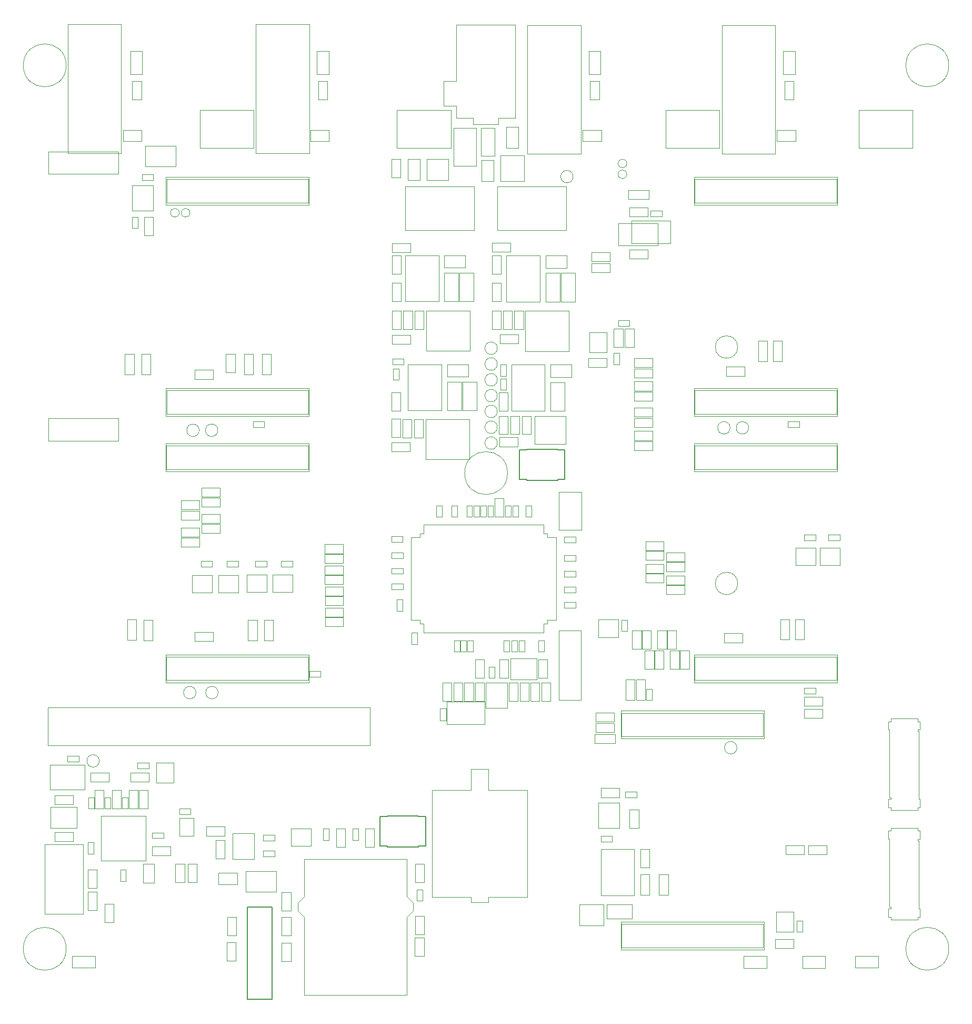
<source format=gbr>
%TF.GenerationSoftware,KiCad,Pcbnew,7.0.2-6a45011f42~172~ubuntu22.04.1*%
%TF.CreationDate,2023-04-24T13:24:37-07:00*%
%TF.ProjectId,Hepta-Pi_1.1,48657074-612d-4506-995f-312e312e6b69,2.1*%
%TF.SameCoordinates,PX37cf1c0PY1ad88f0*%
%TF.FileFunction,Other,User*%
%FSLAX46Y46*%
G04 Gerber Fmt 4.6, Leading zero omitted, Abs format (unit mm)*
G04 Created by KiCad (PCBNEW 7.0.2-6a45011f42~172~ubuntu22.04.1) date 2023-04-24 13:24:37*
%MOMM*%
%LPD*%
G01*
G04 APERTURE LIST*
%ADD10C,0.050000*%
%ADD11C,0.150000*%
%ADD12C,0.120000*%
%ADD13C,0.152400*%
G04 APERTURE END LIST*
D10*
%TO.C,C37*%
X25925000Y-73870000D02*
X28885000Y-73870000D01*
X25925000Y-75330000D02*
X25925000Y-73870000D01*
X28885000Y-73870000D02*
X28885000Y-75330000D01*
X28885000Y-75330000D02*
X25925000Y-75330000D01*
%TO.C,C121*%
X49750000Y-126640000D02*
X49750000Y-128460000D01*
X48830000Y-126640000D02*
X49750000Y-126640000D01*
X49750000Y-128460000D02*
X48830000Y-128460000D01*
X48830000Y-128460000D02*
X48830000Y-126640000D01*
%TO.C,C58*%
X52040000Y-83932858D02*
X49080000Y-83932858D01*
X52040000Y-82472858D02*
X52040000Y-83932858D01*
X49080000Y-83932858D02*
X49080000Y-82472858D01*
X49080000Y-82472858D02*
X52040000Y-82472858D01*
%TO.C,J27*%
X15820000Y-17800000D02*
X4620000Y-17800000D01*
X4620000Y-17800000D02*
X4620000Y-21400000D01*
X15820000Y-21400000D02*
X15820000Y-17800000D01*
X4620000Y-21400000D02*
X15820000Y-21400000D01*
%TO.C,R23*%
X120230000Y-48240000D02*
X120230000Y-51540000D01*
X118770000Y-48240000D02*
X120230000Y-48240000D01*
X120230000Y-51540000D02*
X118770000Y-51540000D01*
X118770000Y-51540000D02*
X118770000Y-48240000D01*
%TO.C,C101*%
X75460000Y-102410000D02*
X75460000Y-100590000D01*
X76380000Y-102410000D02*
X75460000Y-102410000D01*
X75460000Y-100590000D02*
X76380000Y-100590000D01*
X76380000Y-100590000D02*
X76380000Y-102410000D01*
%TO.C,R74*%
X17775000Y-117620000D02*
X20735000Y-117620000D01*
X17775000Y-119080000D02*
X17775000Y-117620000D01*
X20735000Y-117620000D02*
X20735000Y-119080000D01*
X20735000Y-119080000D02*
X17775000Y-119080000D01*
%TO.C,J15*%
X62017500Y-30425000D02*
X62017500Y-23425000D01*
X62017500Y-30425000D02*
X73117500Y-30425000D01*
X73117500Y-23425000D02*
X62017500Y-23425000D01*
X73117500Y-23425000D02*
X73117500Y-30425000D01*
%TO.C,C106*%
X126200000Y-104040000D02*
X128020000Y-104040000D01*
X126200000Y-104960000D02*
X126200000Y-104040000D01*
X128020000Y-104040000D02*
X128020000Y-104960000D01*
X128020000Y-104960000D02*
X126200000Y-104960000D01*
%TO.C,R17*%
X75950000Y-46345000D02*
X75950000Y-43385000D01*
X77410000Y-46345000D02*
X75950000Y-46345000D01*
X75950000Y-43385000D02*
X77410000Y-43385000D01*
X77410000Y-43385000D02*
X77410000Y-46345000D01*
%TO.C,D8*%
X8400000Y-147110000D02*
X12100000Y-147110000D01*
X8400000Y-149010000D02*
X8400000Y-147110000D01*
X12100000Y-147110000D02*
X12100000Y-149010000D01*
X12100000Y-149010000D02*
X8400000Y-149010000D01*
%TO.C,C85*%
X63950000Y-95130000D02*
X63950000Y-96950000D01*
X63030000Y-95130000D02*
X63950000Y-95130000D01*
X63950000Y-96950000D02*
X63030000Y-96950000D01*
X63030000Y-96950000D02*
X63030000Y-95130000D01*
%TO.C,C108*%
X20735000Y-116970000D02*
X18915000Y-116970000D01*
X20735000Y-116050000D02*
X20735000Y-116970000D01*
X18915000Y-116970000D02*
X18915000Y-116050000D01*
X18915000Y-116050000D02*
X20735000Y-116050000D01*
%TO.C,U15*%
X27740000Y-85860000D02*
X27740000Y-88660000D01*
X27740000Y-85860000D02*
X30940000Y-85860000D01*
X27740000Y-88660000D02*
X30940000Y-88660000D01*
X30940000Y-88660000D02*
X30940000Y-85860000D01*
%TO.C,U21*%
X74995000Y-107270000D02*
X78395000Y-107270000D01*
X78395000Y-107270000D02*
X78395000Y-103170000D01*
X74995000Y-103170000D02*
X74995000Y-107270000D01*
X78395000Y-103170000D02*
X74995000Y-103170000D01*
%TO.C,R59*%
X100610000Y-102690000D02*
X100610000Y-105990000D01*
X99150000Y-102690000D02*
X100610000Y-102690000D01*
X100610000Y-105990000D02*
X99150000Y-105990000D01*
X99150000Y-105990000D02*
X99150000Y-102690000D01*
%TO.C,J23*%
X144425300Y-126546700D02*
X140107300Y-126546700D01*
X140107300Y-126546700D02*
X140107300Y-126991200D01*
X144768200Y-126991200D02*
X144425300Y-126991200D01*
X144425300Y-126991200D02*
X144425300Y-126546700D01*
X140107300Y-126991200D02*
X139764400Y-126991200D01*
X139764400Y-126991200D02*
X139764400Y-128312000D01*
X144768200Y-128312000D02*
X144768200Y-126991200D01*
X144425300Y-128312000D02*
X144768200Y-128312000D01*
X139904100Y-128312000D02*
X139904100Y-139208801D01*
X139764400Y-128312000D02*
X139904100Y-128312000D01*
X144628500Y-128591199D02*
X144425300Y-128591199D01*
X144425300Y-128591199D02*
X144425300Y-128312000D01*
X140107300Y-139208801D02*
X140107300Y-139488000D01*
X139904100Y-139208801D02*
X140107300Y-139208801D01*
X144768200Y-139488000D02*
X144628500Y-139488000D01*
X144628500Y-139488000D02*
X144628500Y-128591199D01*
X140107300Y-139488000D02*
X139764400Y-139488000D01*
X139764400Y-139488000D02*
X139764400Y-140808800D01*
X144768200Y-140808800D02*
X144768200Y-139488000D01*
X144425300Y-140808800D02*
X144768200Y-140808800D01*
X140107300Y-140808800D02*
X140107300Y-141253300D01*
X139764400Y-140808800D02*
X140107300Y-140808800D01*
X144425300Y-141253300D02*
X144425300Y-140808800D01*
X140107300Y-141253300D02*
X144425300Y-141253300D01*
%TO.C,ZZ1*%
X23506000Y-21875000D02*
X46506000Y-21875000D01*
X23506000Y-26375000D02*
X23506000Y-21875000D01*
X46506000Y-21875000D02*
X46506000Y-26375000D01*
X46506000Y-26375000D02*
X23506000Y-26375000D01*
%TO.C,C13*%
X84590000Y-34540000D02*
X87990000Y-34540000D01*
X84590000Y-36500000D02*
X84590000Y-34540000D01*
X87990000Y-34540000D02*
X87990000Y-36500000D01*
X87990000Y-36500000D02*
X84590000Y-36500000D01*
%TO.C,R54*%
X123830000Y-92969000D02*
X123830000Y-96269000D01*
X122370000Y-92969000D02*
X123830000Y-92969000D01*
X123830000Y-96269000D02*
X122370000Y-96269000D01*
X122370000Y-96269000D02*
X122370000Y-92969000D01*
%TO.C,R86*%
X27040000Y-135255000D02*
X27040000Y-132295000D01*
X28500000Y-135255000D02*
X27040000Y-135255000D01*
X27040000Y-132295000D02*
X28500000Y-132295000D01*
X28500000Y-132295000D02*
X28500000Y-135255000D01*
%TO.C,C90*%
X70790000Y-96390000D02*
X70790000Y-98210000D01*
X69870000Y-96390000D02*
X70790000Y-96390000D01*
X70790000Y-98210000D02*
X69870000Y-98210000D01*
X69870000Y-98210000D02*
X69870000Y-96390000D01*
%TO.C,R46*%
X62730000Y-66000000D02*
X59770000Y-66000000D01*
X62730000Y-64540000D02*
X62730000Y-66000000D01*
X59770000Y-66000000D02*
X59770000Y-64540000D01*
X59770000Y-64540000D02*
X62730000Y-64540000D01*
%TO.C,C23*%
X68780000Y-52040000D02*
X72180000Y-52040000D01*
X68780000Y-54000000D02*
X68780000Y-52040000D01*
X72180000Y-52040000D02*
X72180000Y-54000000D01*
X72180000Y-54000000D02*
X68780000Y-54000000D01*
%TO.C,R47*%
X80080000Y-65200000D02*
X77120000Y-65200000D01*
X80080000Y-63740000D02*
X80080000Y-65200000D01*
X77120000Y-65200000D02*
X77120000Y-63740000D01*
X77120000Y-63740000D02*
X80080000Y-63740000D01*
%TO.C,C114*%
X16449591Y-123410000D02*
X16449591Y-121590000D01*
X17369591Y-123410000D02*
X16449591Y-123410000D01*
X16449591Y-121590000D02*
X17369591Y-121590000D01*
X17369591Y-121590000D02*
X17369591Y-123410000D01*
%TO.C,C76*%
X87590000Y-87740000D02*
X89410000Y-87740000D01*
X87590000Y-88660000D02*
X87590000Y-87740000D01*
X89410000Y-87740000D02*
X89410000Y-88660000D01*
X89410000Y-88660000D02*
X87590000Y-88660000D01*
%TO.C,C100*%
X107678262Y-98020000D02*
X107678262Y-100980000D01*
X106218262Y-98020000D02*
X107678262Y-98020000D01*
X107678262Y-100980000D02*
X106218262Y-100980000D01*
X106218262Y-100980000D02*
X106218262Y-98020000D01*
%TO.C,U26*%
X43660000Y-126660000D02*
X43660000Y-129460000D01*
X43660000Y-126660000D02*
X46860000Y-126660000D01*
X43660000Y-129460000D02*
X46860000Y-129460000D01*
X46860000Y-129460000D02*
X46860000Y-126660000D01*
%TO.C,J16*%
X76830000Y-30425000D02*
X76830000Y-23425000D01*
X76830000Y-30425000D02*
X87930000Y-30425000D01*
X87930000Y-23425000D02*
X76830000Y-23425000D01*
X87930000Y-23425000D02*
X87930000Y-30425000D01*
%TO.C,C49*%
X25900000Y-78255000D02*
X28860000Y-78255000D01*
X25900000Y-79715000D02*
X25900000Y-78255000D01*
X28860000Y-78255000D02*
X28860000Y-79715000D01*
X28860000Y-79715000D02*
X25900000Y-79715000D01*
%TO.C,R96*%
X43597500Y-145000000D02*
X43597500Y-147960000D01*
X42137500Y-145000000D02*
X43597500Y-145000000D01*
X43597500Y-147960000D02*
X42137500Y-147960000D01*
X42137500Y-147960000D02*
X42137500Y-145000000D01*
%TO.C,U20*%
X93060000Y-93050000D02*
X93060000Y-95850000D01*
X93060000Y-93050000D02*
X96260000Y-93050000D01*
X93060000Y-95850000D02*
X96260000Y-95850000D01*
X96260000Y-95850000D02*
X96260000Y-93050000D01*
%TO.C,C103*%
X84850000Y-99470000D02*
X84850000Y-102430000D01*
X83390000Y-99470000D02*
X84850000Y-99470000D01*
X84850000Y-102430000D02*
X83390000Y-102430000D01*
X83390000Y-102430000D02*
X83390000Y-99470000D01*
%TO.C,ZZ3*%
X23506000Y-55825000D02*
X46506000Y-55825000D01*
X23506000Y-60325000D02*
X23506000Y-55825000D01*
X46506000Y-55825000D02*
X46506000Y-60325000D01*
X46506000Y-60325000D02*
X23506000Y-60325000D01*
%TO.C,C92*%
X72890000Y-96390000D02*
X72890000Y-98210000D01*
X71970000Y-96390000D02*
X72890000Y-96390000D01*
X72890000Y-98210000D02*
X71970000Y-98210000D01*
X71970000Y-98210000D02*
X71970000Y-96390000D01*
%TO.C,TP2*%
X76820000Y-49410000D02*
G75*
G03*
X76820000Y-49410000I-1000000J0D01*
G01*
%TO.C,C120*%
X39180000Y-127665000D02*
X41000000Y-127665000D01*
X39180000Y-128585000D02*
X39180000Y-127665000D01*
X41000000Y-127665000D02*
X41000000Y-128585000D01*
X41000000Y-128585000D02*
X39180000Y-128585000D01*
%TO.C,J13*%
X103905000Y-17275000D02*
X112555000Y-17275000D01*
X112555000Y-17275000D02*
X112555000Y-11125000D01*
X103905000Y-11125000D02*
X103905000Y-17275000D01*
X112555000Y-11125000D02*
X103905000Y-11125000D01*
%TO.C,C7*%
X18990000Y-28317500D02*
X18990000Y-30137500D01*
X18070000Y-28317500D02*
X18990000Y-28317500D01*
X18990000Y-30137500D02*
X18070000Y-30137500D01*
X18070000Y-30137500D02*
X18070000Y-28317500D01*
%TO.C,U18*%
X40680000Y-85810000D02*
X40680000Y-88610000D01*
X40680000Y-85810000D02*
X43880000Y-85810000D01*
X40680000Y-88610000D02*
X43880000Y-88610000D01*
X43880000Y-88610000D02*
X43880000Y-85810000D01*
%TO.C,L3*%
X82790000Y-60320000D02*
X82790000Y-64820000D01*
X82790000Y-60320000D02*
X87850000Y-60320000D01*
X82790000Y-64820000D02*
X87850000Y-64820000D01*
X87850000Y-60320000D02*
X87850000Y-64820000D01*
%TO.C,R36*%
X101830000Y-57880000D02*
X98870000Y-57880000D01*
X101830000Y-56420000D02*
X101830000Y-57880000D01*
X98870000Y-57880000D02*
X98870000Y-56420000D01*
X98870000Y-56420000D02*
X101830000Y-56420000D01*
%TO.C,D2*%
X47800000Y-5390000D02*
X47800000Y-1690000D01*
X49700000Y-5390000D02*
X47800000Y-5390000D01*
X47800000Y-1690000D02*
X49700000Y-1690000D01*
X49700000Y-1690000D02*
X49700000Y-5390000D01*
%TO.C,C27*%
X78260000Y-54281250D02*
X78260000Y-56101250D01*
X77340000Y-54281250D02*
X78260000Y-54281250D01*
X78260000Y-56101250D02*
X77340000Y-56101250D01*
X77340000Y-56101250D02*
X77340000Y-54281250D01*
%TO.C,C52*%
X87600000Y-79690000D02*
X89420000Y-79690000D01*
X87600000Y-80610000D02*
X87600000Y-79690000D01*
X89420000Y-79690000D02*
X89420000Y-80610000D01*
X89420000Y-80610000D02*
X87600000Y-80610000D01*
%TO.C,BT1*%
X66340000Y-120470000D02*
X72590000Y-120470000D01*
X66340000Y-137595000D02*
X66340000Y-120470000D01*
X72590000Y-117045000D02*
X75390000Y-117045000D01*
X72590000Y-120470000D02*
X72590000Y-117045000D01*
X72590000Y-137595000D02*
X66340000Y-137595000D01*
X72590000Y-138445000D02*
X72590000Y-137595000D01*
X75390000Y-117045000D02*
X75390000Y-120470000D01*
X75390000Y-120470000D02*
X81640000Y-120470000D01*
X75390000Y-137595000D02*
X75390000Y-138445000D01*
X75390000Y-138445000D02*
X72590000Y-138445000D01*
X81640000Y-120470000D02*
X81640000Y-137595000D01*
X81640000Y-137595000D02*
X75390000Y-137595000D01*
%TO.C,ZZ10*%
X119705000Y-146135000D02*
X96705000Y-146135000D01*
X119705000Y-141635000D02*
X119705000Y-146135000D01*
X96705000Y-146135000D02*
X96705000Y-141635000D01*
X96705000Y-141635000D02*
X119705000Y-141635000D01*
%TO.C,C24*%
X77340000Y-53872500D02*
X77340000Y-52052500D01*
X78260000Y-53872500D02*
X77340000Y-53872500D01*
X77340000Y-52052500D02*
X78260000Y-52052500D01*
X78260000Y-52052500D02*
X78260000Y-53872500D01*
%TO.C,R89*%
X102840000Y-137320000D02*
X102840000Y-134020000D01*
X104300000Y-137320000D02*
X102840000Y-137320000D01*
X102840000Y-134020000D02*
X104300000Y-134020000D01*
X104300000Y-134020000D02*
X104300000Y-137320000D01*
%TO.C,R52*%
X38180000Y-93060000D02*
X38180000Y-96360000D01*
X36720000Y-93060000D02*
X38180000Y-93060000D01*
X38180000Y-96360000D02*
X36720000Y-96360000D01*
X36720000Y-96360000D02*
X36720000Y-93060000D01*
%TO.C,C73*%
X103610000Y-87113568D02*
X100650000Y-87113568D01*
X103610000Y-85653568D02*
X103610000Y-87113568D01*
X100650000Y-87113568D02*
X100650000Y-85653568D01*
X100650000Y-85653568D02*
X103610000Y-85653568D01*
%TO.C,R40*%
X59780000Y-63750000D02*
X59780000Y-60790000D01*
X61240000Y-63750000D02*
X59780000Y-63750000D01*
X59780000Y-60790000D02*
X61240000Y-60790000D01*
X61240000Y-60790000D02*
X61240000Y-63750000D01*
%TO.C,J22*%
X4005000Y-129150000D02*
X4005000Y-140350000D01*
X4005000Y-140350000D02*
X10155000Y-140350000D01*
X10155000Y-129150000D02*
X4005000Y-129150000D01*
X10155000Y-140350000D02*
X10155000Y-129150000D01*
%TO.C,J9*%
X70212500Y2550000D02*
X79712500Y2550000D01*
X70212500Y-6450000D02*
X70212500Y2550000D01*
X68212500Y-6450000D02*
X70212500Y-6450000D01*
X70212500Y-10450000D02*
X68212500Y-10450000D01*
X68212500Y-10450000D02*
X68212500Y-6450000D01*
X79712500Y-12450000D02*
X79712500Y2550000D01*
X79462500Y-12450000D02*
X79712500Y-12450000D01*
X79462500Y-12450000D02*
X76962500Y-12450000D01*
X76962500Y-12450000D02*
X76962500Y-13450000D01*
X72962500Y-12450000D02*
X70212500Y-12450000D01*
X70212500Y-12450000D02*
X70212500Y-10450000D01*
X76962500Y-13450000D02*
X72962500Y-13450000D01*
X72962500Y-13450000D02*
X72962500Y-12450000D01*
%TO.C,C34*%
X125390000Y-62120000D02*
X123570000Y-62120000D01*
X125390000Y-61200000D02*
X125390000Y-62120000D01*
X123570000Y-62120000D02*
X123570000Y-61200000D01*
X123570000Y-61200000D02*
X125390000Y-61200000D01*
%TO.C,C44*%
X75260000Y-76510000D02*
X75260000Y-74690000D01*
X76180000Y-76510000D02*
X75260000Y-76510000D01*
X75260000Y-74690000D02*
X76180000Y-74690000D01*
X76180000Y-74690000D02*
X76180000Y-76510000D01*
%TO.C,R93*%
X121530000Y-144390000D02*
X124490000Y-144390000D01*
X121530000Y-145850000D02*
X121530000Y-144390000D01*
X124490000Y-144390000D02*
X124490000Y-145850000D01*
X124490000Y-145850000D02*
X121530000Y-145850000D01*
%TO.C,L1*%
X65390000Y-43370000D02*
X65390000Y-49870000D01*
X65390000Y-49870000D02*
X72390000Y-49870000D01*
X72390000Y-43370000D02*
X65390000Y-43370000D01*
X72390000Y-49870000D02*
X72390000Y-43370000D01*
%TO.C,C14*%
X68240000Y-41890000D02*
X68240000Y-37290000D01*
X70540000Y-41890000D02*
X68240000Y-41890000D01*
X68240000Y-37290000D02*
X70540000Y-37290000D01*
X70540000Y-37290000D02*
X70540000Y-41890000D01*
%TO.C,R33*%
X31097500Y-54380000D02*
X28137500Y-54380000D01*
X31097500Y-52920000D02*
X31097500Y-54380000D01*
X28137500Y-54380000D02*
X28137500Y-52920000D01*
X28137500Y-52920000D02*
X31097500Y-52920000D01*
%TO.C,C127*%
X17080000Y-133265000D02*
X17080000Y-135085000D01*
X16160000Y-133265000D02*
X17080000Y-133265000D01*
X17080000Y-135085000D02*
X16160000Y-135085000D01*
X16160000Y-135085000D02*
X16160000Y-133265000D01*
%TO.C,C126*%
X39180000Y-130150000D02*
X41000000Y-130150000D01*
X39180000Y-131070000D02*
X39180000Y-130150000D01*
X41000000Y-130150000D02*
X41000000Y-131070000D01*
X41000000Y-131070000D02*
X39180000Y-131070000D01*
%TO.C,R26*%
X21040000Y-50380000D02*
X21040000Y-53680000D01*
X19580000Y-50380000D02*
X21040000Y-50380000D01*
X21040000Y-53680000D02*
X19580000Y-53680000D01*
X19580000Y-53680000D02*
X19580000Y-50380000D01*
%TO.C,TP3*%
X76820000Y-51950000D02*
G75*
G03*
X76820000Y-51950000I-1000000J0D01*
G01*
%TO.C,C118*%
X5590000Y-127190000D02*
X8550000Y-127190000D01*
X5590000Y-128650000D02*
X5590000Y-127190000D01*
X8550000Y-127190000D02*
X8550000Y-128650000D01*
X8550000Y-128650000D02*
X5590000Y-128650000D01*
%TO.C,C129*%
X63620000Y-135280000D02*
X63620000Y-132320000D01*
X65080000Y-135280000D02*
X63620000Y-135280000D01*
X63620000Y-132320000D02*
X65080000Y-132320000D01*
X65080000Y-132320000D02*
X65080000Y-135280000D01*
%TO.C,R83*%
X129785000Y-130755000D02*
X126825000Y-130755000D01*
X129785000Y-129295000D02*
X129785000Y-130755000D01*
X126825000Y-130755000D02*
X126825000Y-129295000D01*
X126825000Y-129295000D02*
X129785000Y-129295000D01*
%TO.C,U1*%
X16582500Y-16135000D02*
X16582500Y-14315000D01*
X19582500Y-16135000D02*
X16582500Y-16135000D01*
X16582500Y-14315000D02*
X19582500Y-14315000D01*
X19582500Y-14315000D02*
X19582500Y-16135000D01*
%TO.C,REF\u002A\u002A2*%
X97650000Y-19726001D02*
G75*
G03*
X97650000Y-19726001I-700000J0D01*
G01*
%TO.C,U24*%
X25638732Y-124920000D02*
X27998732Y-124920000D01*
X25638732Y-127780000D02*
X25638732Y-124920000D01*
X27998732Y-124920000D02*
X27998732Y-127780000D01*
X27998732Y-127780000D02*
X25638732Y-127780000D01*
%TO.C,D10*%
X125905000Y-147125000D02*
X129605000Y-147125000D01*
X125905000Y-149025000D02*
X125905000Y-147125000D01*
X129605000Y-147125000D02*
X129605000Y-149025000D01*
X129605000Y-149025000D02*
X125905000Y-149025000D01*
%TO.C,R90*%
X33350000Y-143810000D02*
X33350000Y-140850000D01*
X34810000Y-143810000D02*
X33350000Y-143810000D01*
X33350000Y-140850000D02*
X34810000Y-140850000D01*
X34810000Y-140850000D02*
X34810000Y-143810000D01*
%TO.C,C125*%
X21290000Y-129470000D02*
X24250000Y-129470000D01*
X21290000Y-130930000D02*
X21290000Y-129470000D01*
X24250000Y-129470000D02*
X24250000Y-130930000D01*
X24250000Y-130930000D02*
X21290000Y-130930000D01*
%TO.C,R37*%
X59760000Y-59480000D02*
X59760000Y-56520000D01*
X61220000Y-59480000D02*
X59760000Y-59480000D01*
X59760000Y-56520000D02*
X61220000Y-56520000D01*
X61220000Y-56520000D02*
X61220000Y-59480000D01*
%TO.C,C62*%
X106984999Y-83736432D02*
X104024999Y-83736432D01*
X106984999Y-82276432D02*
X106984999Y-83736432D01*
X104024999Y-83736432D02*
X104024999Y-82276432D01*
X104024999Y-82276432D02*
X106984999Y-82276432D01*
%TO.C,R34*%
X101830000Y-54130000D02*
X98870000Y-54130000D01*
X101830000Y-52670000D02*
X101830000Y-54130000D01*
X98870000Y-54130000D02*
X98870000Y-52670000D01*
X98870000Y-52670000D02*
X101830000Y-52670000D01*
%TO.C,R29*%
X40440000Y-50380000D02*
X40440000Y-53680000D01*
X38980000Y-50380000D02*
X40440000Y-50380000D01*
X40440000Y-53680000D02*
X38980000Y-53680000D01*
X38980000Y-53680000D02*
X38980000Y-50380000D01*
%TO.C,ZZ2*%
X108505000Y-21870000D02*
X131505000Y-21870000D01*
X108505000Y-26370000D02*
X108505000Y-21870000D01*
X131505000Y-21870000D02*
X131505000Y-26370000D01*
X131505000Y-26370000D02*
X108505000Y-26370000D01*
D11*
%TO.C,J26*%
X36605000Y-139240000D02*
X36605000Y-154040000D01*
X36605000Y-154040000D02*
X40615000Y-154040000D01*
X40615000Y-139240000D02*
X36605000Y-139240000D01*
X40615000Y-139240000D02*
X40615000Y-139240000D01*
X40615000Y-154040000D02*
X40615000Y-139240000D01*
D10*
%TO.C,R43*%
X80400000Y-60290000D02*
X80400000Y-63250000D01*
X78940000Y-60290000D02*
X80400000Y-60290000D01*
X80400000Y-63250000D02*
X78940000Y-63250000D01*
X78940000Y-63250000D02*
X78940000Y-60290000D01*
%TO.C,J7*%
X90280000Y2485000D02*
X90280000Y-18195000D01*
X81680000Y2485000D02*
X90280000Y2485000D01*
X90280000Y-18195000D02*
X81680000Y-18195000D01*
X81680000Y-18195000D02*
X81680000Y2485000D01*
%TO.C,ZZ9*%
X119705000Y-112165000D02*
X96705000Y-112165000D01*
X119705000Y-107665000D02*
X119705000Y-112165000D01*
X96705000Y-112165000D02*
X96705000Y-107665000D01*
X96705000Y-107665000D02*
X119705000Y-107665000D01*
%TO.C,R22*%
X98790000Y-46250000D02*
X98790000Y-49210000D01*
X97330000Y-46250000D02*
X98790000Y-46250000D01*
X98790000Y-49210000D02*
X97330000Y-49210000D01*
X97330000Y-49210000D02*
X97330000Y-46250000D01*
%TO.C,C69*%
X103610000Y-85580000D02*
X100650000Y-85580000D01*
X103610000Y-84120000D02*
X103610000Y-85580000D01*
X100650000Y-85580000D02*
X100650000Y-84120000D01*
X100650000Y-84120000D02*
X103610000Y-84120000D01*
%TO.C,J19*%
X68660000Y-109840000D02*
X74810000Y-109840000D01*
X74810000Y-109840000D02*
X74810000Y-106240000D01*
X68660000Y-106240000D02*
X68660000Y-109840000D01*
X74810000Y-106240000D02*
X68660000Y-106240000D01*
%TO.C,U9*%
X83640000Y-34540000D02*
X78240000Y-34540000D01*
X78240000Y-34540000D02*
X78240000Y-41940000D01*
X83640000Y-41940000D02*
X83640000Y-34540000D01*
X78240000Y-41940000D02*
X83640000Y-41940000D01*
%TO.C,J17*%
X90320000Y-78640000D02*
X90320000Y-72490000D01*
X90320000Y-72490000D02*
X86720000Y-72490000D01*
X86720000Y-78640000D02*
X90320000Y-78640000D01*
X86720000Y-72490000D02*
X86720000Y-78640000D01*
%TO.C,C130*%
X63870000Y-138260000D02*
X63870000Y-136440000D01*
X64790000Y-138260000D02*
X63870000Y-138260000D01*
X63870000Y-136440000D02*
X64790000Y-136440000D01*
X64790000Y-136440000D02*
X64790000Y-138260000D01*
%TO.C,C68*%
X61630000Y-85680000D02*
X59810000Y-85680000D01*
X61630000Y-84760000D02*
X61630000Y-85680000D01*
X59810000Y-85680000D02*
X59810000Y-84760000D01*
X59810000Y-84760000D02*
X61630000Y-84760000D01*
%TO.C,L2*%
X81330000Y-43390000D02*
X81330000Y-49890000D01*
X81330000Y-49890000D02*
X88330000Y-49890000D01*
X88330000Y-43390000D02*
X81330000Y-43390000D01*
X88330000Y-49890000D02*
X88330000Y-43390000D01*
%TO.C,R42*%
X77080000Y-63250000D02*
X77080000Y-60290000D01*
X78540000Y-63250000D02*
X77080000Y-63250000D01*
X77080000Y-60290000D02*
X78540000Y-60290000D01*
X78540000Y-60290000D02*
X78540000Y-63250000D01*
%TO.C,C4*%
X74260000Y-22570000D02*
X74260000Y-19170000D01*
X76220000Y-22570000D02*
X74260000Y-22570000D01*
X74260000Y-19170000D02*
X76220000Y-19170000D01*
X76220000Y-19170000D02*
X76220000Y-22570000D01*
%TO.C,U22*%
X24740000Y-116050000D02*
X21940000Y-116050000D01*
X24740000Y-116050000D02*
X24740000Y-119250000D01*
X21940000Y-116050000D02*
X21940000Y-119250000D01*
X21940000Y-119250000D02*
X24740000Y-119250000D01*
%TO.C,C82*%
X52050000Y-92590000D02*
X49090000Y-92590000D01*
X52050000Y-91130000D02*
X52050000Y-92590000D01*
X49090000Y-92590000D02*
X49090000Y-91130000D01*
X49090000Y-91130000D02*
X52050000Y-91130000D01*
%TO.C,R137*%
X74690000Y-99450000D02*
X74690000Y-102410000D01*
X73230000Y-99450000D02*
X74690000Y-99450000D01*
X74690000Y-102410000D02*
X73230000Y-102410000D01*
X73230000Y-102410000D02*
X73230000Y-99450000D01*
%TO.C,C88*%
X104036375Y-94814631D02*
X104036375Y-97774631D01*
X102576375Y-94814631D02*
X104036375Y-94814631D01*
X104036375Y-97774631D02*
X102576375Y-97774631D01*
X102576375Y-97774631D02*
X102576375Y-94814631D01*
%TO.C,U6*%
X102610000Y-32875000D02*
X102610000Y-29375000D01*
X102610000Y-29375000D02*
X96250000Y-29375000D01*
X96250000Y-32875000D02*
X102610000Y-32875000D01*
X96250000Y-29375000D02*
X96250000Y-32875000D01*
%TO.C,R18*%
X79211666Y-43385000D02*
X79211666Y-46345000D01*
X77751666Y-43385000D02*
X79211666Y-43385000D01*
X79211666Y-46345000D02*
X77751666Y-46345000D01*
X77751666Y-46345000D02*
X77751666Y-43385000D01*
%TO.C,REF\u002A\u002A4*%
X25643000Y-27640000D02*
G75*
G03*
X25643000Y-27640000I-700000J0D01*
G01*
%TO.C,C74*%
X106984999Y-87430000D02*
X104024999Y-87430000D01*
X106984999Y-85970000D02*
X106984999Y-87430000D01*
X104024999Y-87430000D02*
X104024999Y-85970000D01*
X104024999Y-85970000D02*
X106984999Y-85970000D01*
%TO.C,C48*%
X29230000Y-76060000D02*
X32190000Y-76060000D01*
X29230000Y-77520000D02*
X29230000Y-76060000D01*
X32190000Y-76060000D02*
X32190000Y-77520000D01*
X32190000Y-77520000D02*
X29230000Y-77520000D01*
%TO.C,C22*%
X59960000Y-51100000D02*
X61780000Y-51100000D01*
X59960000Y-52020000D02*
X59960000Y-51100000D01*
X61780000Y-51100000D02*
X61780000Y-52020000D01*
X61780000Y-52020000D02*
X59960000Y-52020000D01*
%TO.C,R62*%
X72972500Y-103170000D02*
X72972500Y-106130000D01*
X71512500Y-103170000D02*
X72972500Y-103170000D01*
X72972500Y-106130000D02*
X71512500Y-106130000D01*
X71512500Y-106130000D02*
X71512500Y-103170000D01*
%TO.C,J12*%
X69800000Y-14000000D02*
X69800000Y-20150000D01*
X69800000Y-20150000D02*
X73400000Y-20150000D01*
X73400000Y-14000000D02*
X69800000Y-14000000D01*
X73400000Y-20150000D02*
X73400000Y-14000000D01*
%TO.C,R6*%
X61240000Y-19019600D02*
X61240000Y-21979600D01*
X59780000Y-19019600D02*
X61240000Y-19019600D01*
X61240000Y-21979600D02*
X59780000Y-21979600D01*
X59780000Y-21979600D02*
X59780000Y-19019600D01*
%TO.C,U32*%
X44720000Y-139855000D02*
X44720000Y-138575000D01*
X44720000Y-139855000D02*
X45740000Y-140840000D01*
X45740000Y-131510000D02*
X62240000Y-131510000D01*
X45740000Y-137560000D02*
X44720000Y-138575000D01*
X45740000Y-137560000D02*
X45740000Y-131510000D01*
X45740000Y-140840000D02*
X45730000Y-153405000D01*
X62240000Y-137550000D02*
X62240000Y-131510000D01*
X62240000Y-137550000D02*
X63240000Y-138550000D01*
X62240000Y-140830000D02*
X62240000Y-153410000D01*
X62240000Y-153410000D02*
X45730000Y-153405000D01*
X63240000Y-139830000D02*
X62240000Y-140830000D01*
X63240000Y-139830000D02*
X63240000Y-138550000D01*
%TO.C,R7*%
X101220000Y-25455000D02*
X97920000Y-25455000D01*
X101220000Y-23995000D02*
X101220000Y-25455000D01*
X97920000Y-25455000D02*
X97920000Y-23995000D01*
X97920000Y-23995000D02*
X101220000Y-23995000D01*
%TO.C,C59*%
X61630000Y-83150000D02*
X59810000Y-83150000D01*
X61630000Y-82230000D02*
X61630000Y-83150000D01*
X59810000Y-83150000D02*
X59810000Y-82230000D01*
X59810000Y-82230000D02*
X61630000Y-82230000D01*
%TO.C,J28*%
X15830000Y-60710000D02*
X4630000Y-60710000D01*
X4630000Y-60710000D02*
X4630000Y-64310000D01*
X15830000Y-64310000D02*
X15830000Y-60710000D01*
X4630000Y-64310000D02*
X15830000Y-64310000D01*
%TO.C,C25*%
X85370000Y-52070000D02*
X88770000Y-52070000D01*
X85370000Y-54030000D02*
X85370000Y-52070000D01*
X88770000Y-52070000D02*
X88770000Y-54030000D01*
X88770000Y-54030000D02*
X85370000Y-54030000D01*
%TO.C,R61*%
X71231250Y-103170000D02*
X71231250Y-106130000D01*
X69771250Y-103170000D02*
X71231250Y-103170000D01*
X71231250Y-106130000D02*
X69771250Y-106130000D01*
X69771250Y-106130000D02*
X69771250Y-103170000D01*
%TO.C,D9*%
X116430000Y-147125000D02*
X120130000Y-147125000D01*
X116430000Y-149025000D02*
X116430000Y-147125000D01*
X120130000Y-147125000D02*
X120130000Y-149025000D01*
X120130000Y-149025000D02*
X116430000Y-149025000D01*
%TO.C,C128*%
X36367500Y-133490000D02*
X41267500Y-133490000D01*
X36367500Y-136790000D02*
X36367500Y-133490000D01*
X41267500Y-133490000D02*
X41267500Y-136790000D01*
X41267500Y-136790000D02*
X36367500Y-136790000D01*
%TO.C,R76*%
X12040000Y-123410000D02*
X12040000Y-120450000D01*
X13500000Y-123410000D02*
X12040000Y-123410000D01*
X12040000Y-120450000D02*
X13500000Y-120450000D01*
X13500000Y-120450000D02*
X13500000Y-123410000D01*
%TO.C,U17*%
X36520000Y-85840000D02*
X36520000Y-88640000D01*
X36520000Y-85840000D02*
X39720000Y-85840000D01*
X36520000Y-88640000D02*
X39720000Y-88640000D01*
X39720000Y-88640000D02*
X39720000Y-85840000D01*
%TO.C,H6*%
X7455000Y-145950000D02*
G75*
G03*
X7455000Y-145950000I-3450000J0D01*
G01*
%TO.C,R50*%
X18760000Y-93040000D02*
X18760000Y-96340000D01*
X17300000Y-93040000D02*
X18760000Y-93040000D01*
X18760000Y-96340000D02*
X17300000Y-96340000D01*
X17300000Y-96340000D02*
X17300000Y-93040000D01*
%TO.C,R65*%
X81877500Y-103170000D02*
X81877500Y-106130000D01*
X80417500Y-103170000D02*
X81877500Y-103170000D01*
X81877500Y-106130000D02*
X80417500Y-106130000D01*
X80417500Y-106130000D02*
X80417500Y-103170000D01*
%TO.C,R82*%
X126135000Y-130755000D02*
X123175000Y-130755000D01*
X126135000Y-129295000D02*
X126135000Y-130755000D01*
X123175000Y-130755000D02*
X123175000Y-129295000D01*
X123175000Y-129295000D02*
X126135000Y-129295000D01*
%TO.C,C97*%
X102010000Y-98045000D02*
X102010000Y-101005000D01*
X100550000Y-98045000D02*
X102010000Y-98045000D01*
X102010000Y-101005000D02*
X100550000Y-101005000D01*
X100550000Y-101005000D02*
X100550000Y-98045000D01*
%TO.C,Q1*%
X77330000Y-22600000D02*
X81130000Y-22600000D01*
X81130000Y-22600000D02*
X81130000Y-18400000D01*
X77330000Y-18400000D02*
X77330000Y-22600000D01*
X81130000Y-18400000D02*
X77330000Y-18400000D01*
%TO.C,C65*%
X37890000Y-83590000D02*
X39710000Y-83590000D01*
X37890000Y-84510000D02*
X37890000Y-83590000D01*
X39710000Y-83590000D02*
X39710000Y-84510000D01*
X39710000Y-84510000D02*
X37890000Y-84510000D01*
%TO.C,R31*%
X101830000Y-52470000D02*
X98870000Y-52470000D01*
X101830000Y-51010000D02*
X101830000Y-52470000D01*
X98870000Y-52470000D02*
X98870000Y-51010000D01*
X98870000Y-51010000D02*
X101830000Y-51010000D01*
%TO.C,ZZ4*%
X108505000Y-55820000D02*
X131505000Y-55820000D01*
X108505000Y-60320000D02*
X108505000Y-55820000D01*
X131505000Y-55820000D02*
X131505000Y-60320000D01*
X131505000Y-60320000D02*
X108505000Y-60320000D01*
%TO.C,C19*%
X79553332Y-46345000D02*
X79553332Y-43385000D01*
X81013332Y-46345000D02*
X79553332Y-46345000D01*
X79553332Y-43385000D02*
X81013332Y-43385000D01*
X81013332Y-43385000D02*
X81013332Y-46345000D01*
%TO.C,C50*%
X29230000Y-77690000D02*
X32190000Y-77690000D01*
X29230000Y-79150000D02*
X29230000Y-77690000D01*
X32190000Y-77690000D02*
X32190000Y-79150000D01*
X32190000Y-79150000D02*
X29230000Y-79150000D01*
%TO.C,H4*%
X78460000Y-69480000D02*
G75*
G03*
X78460000Y-69480000I-3450000J0D01*
G01*
%TO.C,C115*%
X27463732Y-124330000D02*
X25643732Y-124330000D01*
X27463732Y-123410000D02*
X27463732Y-124330000D01*
X25643732Y-124330000D02*
X25643732Y-123410000D01*
X25643732Y-123410000D02*
X27463732Y-123410000D01*
%TO.C,C99*%
X106085000Y-98020000D02*
X106085000Y-100980000D01*
X104625000Y-98020000D02*
X106085000Y-98020000D01*
X106085000Y-100980000D02*
X104625000Y-100980000D01*
X104625000Y-100980000D02*
X104625000Y-98020000D01*
%TO.C,C10*%
X61320000Y-34490000D02*
X61320000Y-37450000D01*
X59860000Y-34490000D02*
X61320000Y-34490000D01*
X61320000Y-37450000D02*
X59860000Y-37450000D01*
X59860000Y-37450000D02*
X59860000Y-34490000D01*
%TO.C,REF\u002A\u002A5*%
X27367000Y-27640000D02*
G75*
G03*
X27367000Y-27640000I-700000J0D01*
G01*
%TO.C,TP6*%
X76820000Y-59570000D02*
G75*
G03*
X76820000Y-59570000I-1000000J0D01*
G01*
%TO.C,C116*%
X98090000Y-126570000D02*
X98090000Y-123610000D01*
X99550000Y-126570000D02*
X98090000Y-126570000D01*
X98090000Y-123610000D02*
X99550000Y-123610000D01*
X99550000Y-123610000D02*
X99550000Y-126570000D01*
%TO.C,C20*%
X96270000Y-44960000D02*
X98090000Y-44960000D01*
X96270000Y-45880000D02*
X96270000Y-44960000D01*
X98090000Y-44960000D02*
X98090000Y-45880000D01*
X98090000Y-45880000D02*
X96270000Y-45880000D01*
%TO.C,D4*%
X122800000Y-5390000D02*
X122800000Y-1690000D01*
X124700000Y-5390000D02*
X122800000Y-5390000D01*
X122800000Y-1690000D02*
X124700000Y-1690000D01*
X124700000Y-1690000D02*
X124700000Y-5390000D01*
%TO.C,ZZ6*%
X108500000Y-64715000D02*
X131500000Y-64715000D01*
X108500000Y-69215000D02*
X108500000Y-64715000D01*
X131500000Y-64715000D02*
X131500000Y-69215000D01*
X131500000Y-69215000D02*
X108500000Y-69215000D01*
%TO.C,C31*%
X39340000Y-62130000D02*
X37520000Y-62130000D01*
X39340000Y-61210000D02*
X39340000Y-62130000D01*
X37520000Y-62130000D02*
X37520000Y-61210000D01*
X37520000Y-61210000D02*
X39340000Y-61210000D01*
%TO.C,R3*%
X91750000Y-9430000D02*
X91750000Y-6470000D01*
X93210000Y-9430000D02*
X91750000Y-9430000D01*
X91750000Y-6470000D02*
X93210000Y-6470000D01*
X93210000Y-6470000D02*
X93210000Y-9430000D01*
%TO.C,R32*%
X116610000Y-53855000D02*
X113650000Y-53855000D01*
X116610000Y-52395000D02*
X116610000Y-53855000D01*
X113650000Y-53855000D02*
X113650000Y-52395000D01*
X113650000Y-52395000D02*
X116610000Y-52395000D01*
%TO.C,R71*%
X95650000Y-111150000D02*
X92690000Y-111150000D01*
X95650000Y-109690000D02*
X95650000Y-111150000D01*
X92690000Y-111150000D02*
X92690000Y-109690000D01*
X92690000Y-109690000D02*
X95650000Y-109690000D01*
%TO.C,R60*%
X69490000Y-103170000D02*
X69490000Y-106130000D01*
X68030000Y-103170000D02*
X69490000Y-103170000D01*
X69490000Y-106130000D02*
X68030000Y-106130000D01*
X68030000Y-106130000D02*
X68030000Y-103170000D01*
%TO.C,R91*%
X42130000Y-143820000D02*
X42130000Y-140860000D01*
X43590000Y-143820000D02*
X42130000Y-143820000D01*
X42130000Y-140860000D02*
X43590000Y-140860000D01*
X43590000Y-140860000D02*
X43590000Y-143820000D01*
%TO.C,C36*%
X29230000Y-73450000D02*
X32190000Y-73450000D01*
X29230000Y-74910000D02*
X29230000Y-73450000D01*
X32190000Y-73450000D02*
X32190000Y-74910000D01*
X32190000Y-74910000D02*
X29230000Y-74910000D01*
%TO.C,R84*%
X101300000Y-129940000D02*
X101300000Y-132900000D01*
X99840000Y-129940000D02*
X101300000Y-129940000D01*
X101300000Y-132900000D02*
X99840000Y-132900000D01*
X99840000Y-132900000D02*
X99840000Y-129940000D01*
%TO.C,R16*%
X63153333Y-43370000D02*
X63153333Y-46330000D01*
X61693333Y-43370000D02*
X63153333Y-43370000D01*
X63153333Y-46330000D02*
X61693333Y-46330000D01*
X61693333Y-46330000D02*
X61693333Y-43370000D01*
%TO.C,C18*%
X63541666Y-46330000D02*
X63541666Y-43370000D01*
X65001666Y-46330000D02*
X63541666Y-46330000D01*
X63541666Y-43370000D02*
X65001666Y-43370000D01*
X65001666Y-43370000D02*
X65001666Y-46330000D01*
%TO.C,C40*%
X69420000Y-76510000D02*
X69420000Y-74690000D01*
X70340000Y-76510000D02*
X69420000Y-76510000D01*
X69420000Y-74690000D02*
X70340000Y-74690000D01*
X70340000Y-74690000D02*
X70340000Y-76510000D01*
%TO.C,NT1*%
X67610000Y-109300000D02*
X68610000Y-109300000D01*
X68610000Y-109300000D02*
X68610000Y-107300000D01*
X67610000Y-107300000D02*
X67610000Y-109300000D01*
X68610000Y-107300000D02*
X67610000Y-107300000D01*
%TO.C,C5*%
X19650000Y-21440000D02*
X21470000Y-21440000D01*
X19650000Y-22360000D02*
X19650000Y-21440000D01*
X21470000Y-21440000D02*
X21470000Y-22360000D01*
X21470000Y-22360000D02*
X19650000Y-22360000D01*
%TO.C,C17*%
X87020000Y-41940000D02*
X87020000Y-37340000D01*
X89320000Y-41940000D02*
X87020000Y-41940000D01*
X87020000Y-37340000D02*
X89320000Y-37340000D01*
X89320000Y-37340000D02*
X89320000Y-41940000D01*
%TO.C,C104*%
X46550000Y-101340000D02*
X48370000Y-101340000D01*
X46550000Y-102260000D02*
X46550000Y-101340000D01*
X48370000Y-101340000D02*
X48370000Y-102260000D01*
X48370000Y-102260000D02*
X46550000Y-102260000D01*
%TO.C,C28*%
X68780000Y-59430000D02*
X68780000Y-54830000D01*
X71080000Y-59430000D02*
X68780000Y-59430000D01*
X68780000Y-54830000D02*
X71080000Y-54830000D01*
X71080000Y-54830000D02*
X71080000Y-59430000D01*
%TO.C,TP15*%
X12780000Y-115750000D02*
G75*
G03*
X12780000Y-115750000I-1000000J0D01*
G01*
%TO.C,TP10*%
X28855000Y-62600000D02*
G75*
G03*
X28855000Y-62600000I-1000000J0D01*
G01*
%TO.C,C107*%
X7650000Y-114980000D02*
X9470000Y-114980000D01*
X7650000Y-115900000D02*
X7650000Y-114980000D01*
X9470000Y-114980000D02*
X9470000Y-115900000D01*
X9470000Y-115900000D02*
X7650000Y-115900000D01*
%TO.C,U2*%
X46720000Y-16135000D02*
X46720000Y-14315000D01*
X49720000Y-16135000D02*
X46720000Y-16135000D01*
X46720000Y-14315000D02*
X49720000Y-14315000D01*
X49720000Y-14315000D02*
X49720000Y-16135000D01*
%TO.C,U14*%
X128700000Y-81460000D02*
X128700000Y-84260000D01*
X128700000Y-81460000D02*
X131900000Y-81460000D01*
X128700000Y-84260000D02*
X131900000Y-84260000D01*
X131900000Y-84260000D02*
X131900000Y-81460000D01*
%TO.C,R8*%
X98105000Y-26795000D02*
X101065000Y-26795000D01*
X98105000Y-28255000D02*
X98105000Y-26795000D01*
X101065000Y-26795000D02*
X101065000Y-28255000D01*
X101065000Y-28255000D02*
X98105000Y-28255000D01*
%TO.C,C39*%
X66970000Y-76510000D02*
X66970000Y-74690000D01*
X67890000Y-76510000D02*
X66970000Y-76510000D01*
X66970000Y-74690000D02*
X67890000Y-74690000D01*
X67890000Y-74690000D02*
X67890000Y-76510000D01*
%TO.C,REF\u002A\u002A3*%
X97650000Y-21450000D02*
G75*
G03*
X97650000Y-21450000I-700000J0D01*
G01*
%TO.C,C8*%
X59850000Y-32570000D02*
X62810000Y-32570000D01*
X59850000Y-34030000D02*
X59850000Y-32570000D01*
X62810000Y-32570000D02*
X62810000Y-34030000D01*
X62810000Y-34030000D02*
X59850000Y-34030000D01*
%TO.C,C9*%
X75950000Y-32450000D02*
X78910000Y-32450000D01*
X75950000Y-33910000D02*
X75950000Y-32450000D01*
X78910000Y-32450000D02*
X78910000Y-33910000D01*
X78910000Y-33910000D02*
X75950000Y-33910000D01*
%TO.C,R68*%
X126185000Y-105417500D02*
X129145000Y-105417500D01*
X126185000Y-106877500D02*
X126185000Y-105417500D01*
X129145000Y-105417500D02*
X129145000Y-106877500D01*
X129145000Y-106877500D02*
X126185000Y-106877500D01*
%TO.C,R57*%
X116247500Y-96705000D02*
X113287500Y-96705000D01*
X116247500Y-95245000D02*
X116247500Y-96705000D01*
X113287500Y-96705000D02*
X113287500Y-95245000D01*
X113287500Y-95245000D02*
X116247500Y-95245000D01*
%TO.C,C79*%
X52050000Y-90762858D02*
X49090000Y-90762858D01*
X52050000Y-89302858D02*
X52050000Y-90762858D01*
X49090000Y-90762858D02*
X49090000Y-89302858D01*
X49090000Y-89302858D02*
X52050000Y-89302858D01*
%TO.C,TP7*%
X76820000Y-62110000D02*
G75*
G03*
X76820000Y-62110000I-1000000J0D01*
G01*
%TO.C,R1*%
X18080000Y-9430000D02*
X18080000Y-6470000D01*
X19540000Y-9430000D02*
X18080000Y-9430000D01*
X18080000Y-6470000D02*
X19540000Y-6470000D01*
X19540000Y-6470000D02*
X19540000Y-9430000D01*
%TO.C,C80*%
X61570000Y-89800000D02*
X61570000Y-91620000D01*
X60650000Y-89800000D02*
X61570000Y-89800000D01*
X61570000Y-91620000D02*
X60650000Y-91620000D01*
X60650000Y-91620000D02*
X60650000Y-89800000D01*
D12*
%TO.C,Module4*%
X108600000Y-102790000D02*
X108600000Y-99010000D01*
X131400000Y-102790000D02*
X108600000Y-102790000D01*
X108600000Y-99010000D02*
X131400000Y-99010000D01*
X131400000Y-99010000D02*
X131400000Y-102790000D01*
X108600000Y-68870000D02*
X108600000Y-65090000D01*
X131400000Y-68870000D02*
X108600000Y-68870000D01*
X108600000Y-65090000D02*
X131400000Y-65090000D01*
X131400000Y-65090000D02*
X131400000Y-68870000D01*
D10*
%TO.C,TP12*%
X76820000Y-64650000D02*
G75*
G03*
X76820000Y-64650000I-1000000J0D01*
G01*
%TO.C,H7*%
X149455000Y-145950000D02*
G75*
G03*
X149455000Y-145950000I-3450000J0D01*
G01*
%TO.C,R58*%
X98930000Y-102680000D02*
X98930000Y-105980000D01*
X97470000Y-102680000D02*
X98930000Y-102680000D01*
X98930000Y-105980000D02*
X97470000Y-105980000D01*
X97470000Y-105980000D02*
X97470000Y-102680000D01*
%TO.C,R12*%
X92000000Y-35770000D02*
X94960000Y-35770000D01*
X92000000Y-37230000D02*
X92000000Y-35770000D01*
X94960000Y-35770000D02*
X94960000Y-37230000D01*
X94960000Y-37230000D02*
X92000000Y-37230000D01*
%TO.C,R78*%
X19120713Y-123410000D02*
X19120713Y-120450000D01*
X20580713Y-123410000D02*
X19120713Y-123410000D01*
X19120713Y-120450000D02*
X20580713Y-120450000D01*
X20580713Y-120450000D02*
X20580713Y-123410000D01*
%TO.C,J21*%
X144425300Y-108951850D02*
X140107300Y-108951850D01*
X140107300Y-108951850D02*
X140107300Y-109396350D01*
X144768200Y-109396350D02*
X144425300Y-109396350D01*
X144425300Y-109396350D02*
X144425300Y-108951850D01*
X140107300Y-109396350D02*
X139764400Y-109396350D01*
X139764400Y-109396350D02*
X139764400Y-110717150D01*
X144768200Y-110717150D02*
X144768200Y-109396350D01*
X144425300Y-110717150D02*
X144768200Y-110717150D01*
X139904100Y-110717150D02*
X139904100Y-121613951D01*
X139764400Y-110717150D02*
X139904100Y-110717150D01*
X144628500Y-110996349D02*
X144425300Y-110996349D01*
X144425300Y-110996349D02*
X144425300Y-110717150D01*
X140107300Y-121613951D02*
X140107300Y-121893150D01*
X139904100Y-121613951D02*
X140107300Y-121613951D01*
X144768200Y-121893150D02*
X144628500Y-121893150D01*
X144628500Y-121893150D02*
X144628500Y-110996349D01*
X140107300Y-121893150D02*
X139764400Y-121893150D01*
X139764400Y-121893150D02*
X139764400Y-123213950D01*
X144768200Y-123213950D02*
X144768200Y-121893150D01*
X144425300Y-123213950D02*
X144768200Y-123213950D01*
X140107300Y-123213950D02*
X140107300Y-123658450D01*
X139764400Y-123213950D02*
X140107300Y-123213950D01*
X144425300Y-123658450D02*
X144425300Y-123213950D01*
X140107300Y-123658450D02*
X144425300Y-123658450D01*
%TO.C,R66*%
X83618750Y-103170000D02*
X83618750Y-106130000D01*
X82158750Y-103170000D02*
X83618750Y-103170000D01*
X83618750Y-106130000D02*
X82158750Y-106130000D01*
X82158750Y-106130000D02*
X82158750Y-103170000D01*
%TO.C,J11*%
X60680000Y-17275000D02*
X69330000Y-17275000D01*
X69330000Y-17275000D02*
X69330000Y-11125000D01*
X60680000Y-11125000D02*
X60680000Y-17275000D01*
X69330000Y-11125000D02*
X60680000Y-11125000D01*
%TO.C,C15*%
X70740000Y-41890000D02*
X70740000Y-37290000D01*
X73040000Y-41890000D02*
X70740000Y-41890000D01*
X70740000Y-37290000D02*
X73040000Y-37290000D01*
X73040000Y-37290000D02*
X73040000Y-41890000D01*
D13*
%TO.C,SW1*%
X80366300Y-65790699D02*
X81518100Y-65790699D01*
X80366300Y-70489301D02*
X80366300Y-65790699D01*
X81518100Y-65638100D02*
X86521900Y-65638100D01*
X81518100Y-65790699D02*
X81518100Y-65638100D01*
X81518100Y-70489301D02*
X80366300Y-70489301D01*
X81518100Y-70641900D02*
X81518100Y-70489301D01*
X86521900Y-65638100D02*
X86521900Y-65790699D01*
X86521900Y-65790699D02*
X87673700Y-65790699D01*
X86521900Y-70489301D02*
X86521900Y-70641900D01*
X86521900Y-70641900D02*
X81518100Y-70641900D01*
X87673700Y-65790699D02*
X87673700Y-70489301D01*
X87673700Y-70489301D02*
X86521900Y-70489301D01*
D10*
%TO.C,R73*%
X14350000Y-119080000D02*
X11390000Y-119080000D01*
X14350000Y-117620000D02*
X14350000Y-119080000D01*
X11390000Y-119080000D02*
X11390000Y-117620000D01*
X11390000Y-117620000D02*
X14350000Y-117620000D01*
%TO.C,U29*%
X93470000Y-137347500D02*
X98870000Y-137347500D01*
X98870000Y-137347500D02*
X98870000Y-129947500D01*
X93470000Y-129947500D02*
X93470000Y-137347500D01*
X98870000Y-129947500D02*
X93470000Y-129947500D01*
%TO.C,TP11*%
X31860000Y-62590000D02*
G75*
G03*
X31860000Y-62590000I-1000000J0D01*
G01*
%TO.C,R39*%
X101830000Y-60450000D02*
X98870000Y-60450000D01*
X101830000Y-58990000D02*
X101830000Y-60450000D01*
X98870000Y-60450000D02*
X98870000Y-58990000D01*
X98870000Y-58990000D02*
X101830000Y-58990000D01*
%TO.C,C67*%
X52040000Y-85830006D02*
X49080000Y-85830006D01*
X52040000Y-84370006D02*
X52040000Y-85830006D01*
X49080000Y-85830006D02*
X49080000Y-84370006D01*
X49080000Y-84370006D02*
X52040000Y-84370006D01*
%TO.C,C30*%
X85370000Y-59470000D02*
X85370000Y-54870000D01*
X87670000Y-59470000D02*
X85370000Y-59470000D01*
X85370000Y-54870000D02*
X87670000Y-54870000D01*
X87670000Y-54870000D02*
X87670000Y-59470000D01*
%TO.C,C43*%
X74130000Y-76510000D02*
X74130000Y-74690000D01*
X75050000Y-76510000D02*
X74130000Y-76510000D01*
X74130000Y-74690000D02*
X75050000Y-74690000D01*
X75050000Y-74690000D02*
X75050000Y-76510000D01*
%TO.C,C119*%
X21310000Y-127260000D02*
X23130000Y-127260000D01*
X21310000Y-128180000D02*
X21310000Y-127260000D01*
X23130000Y-127260000D02*
X23130000Y-128180000D01*
X23130000Y-128180000D02*
X21310000Y-128180000D01*
%TO.C,C134*%
X124970000Y-143240000D02*
X124970000Y-141420000D01*
X125890000Y-143240000D02*
X124970000Y-143240000D01*
X124970000Y-141420000D02*
X125890000Y-141420000D01*
X125890000Y-141420000D02*
X125890000Y-143240000D01*
%TO.C,TP1*%
X89010000Y-21830000D02*
G75*
G03*
X89010000Y-21830000I-1000000J0D01*
G01*
%TO.C,C46*%
X79310000Y-76510000D02*
X79310000Y-74690000D01*
X80230000Y-76510000D02*
X79310000Y-76510000D01*
X79310000Y-74690000D02*
X80230000Y-74690000D01*
X80230000Y-74690000D02*
X80230000Y-76510000D01*
%TO.C,U11*%
X67820000Y-52040000D02*
X62420000Y-52040000D01*
X62420000Y-52040000D02*
X62420000Y-59440000D01*
X67820000Y-59440000D02*
X67820000Y-52040000D01*
X62420000Y-59440000D02*
X67820000Y-59440000D01*
%TO.C,R80*%
X55580000Y-129600000D02*
X55580000Y-126640000D01*
X57040000Y-129600000D02*
X55580000Y-129600000D01*
X55580000Y-126640000D02*
X57040000Y-126640000D01*
X57040000Y-126640000D02*
X57040000Y-129600000D01*
%TO.C,TP13*%
X28340000Y-104770000D02*
G75*
G03*
X28340000Y-104770000I-1000000J0D01*
G01*
%TO.C,C122*%
X53510000Y-128460000D02*
X53510000Y-126640000D01*
X54430000Y-128460000D02*
X53510000Y-128460000D01*
X53510000Y-126640000D02*
X54430000Y-126640000D01*
X54430000Y-126640000D02*
X54430000Y-128460000D01*
%TO.C,C60*%
X87590000Y-82720000D02*
X89410000Y-82720000D01*
X87590000Y-83640000D02*
X87590000Y-82720000D01*
X89410000Y-82720000D02*
X89410000Y-83640000D01*
X89410000Y-83640000D02*
X87590000Y-83640000D01*
%TO.C,C45*%
X78120000Y-76510000D02*
X78120000Y-74690000D01*
X79040000Y-76510000D02*
X78120000Y-76510000D01*
X78120000Y-74690000D02*
X79040000Y-74690000D01*
X79040000Y-74690000D02*
X79040000Y-76510000D01*
%TO.C,C35*%
X29230000Y-71810000D02*
X32190000Y-71810000D01*
X29230000Y-73270000D02*
X29230000Y-71810000D01*
X32190000Y-71810000D02*
X32190000Y-73270000D01*
X32190000Y-73270000D02*
X29230000Y-73270000D01*
%TO.C,C3*%
X62420000Y-22419600D02*
X62420000Y-19019600D01*
X64380000Y-22419600D02*
X62420000Y-22419600D01*
X62420000Y-19019600D02*
X64380000Y-19019600D01*
X64380000Y-19019600D02*
X64380000Y-22419600D01*
%TO.C,R24*%
X122650000Y-48240000D02*
X122650000Y-51540000D01*
X121190000Y-48240000D02*
X122650000Y-48240000D01*
X122650000Y-51540000D02*
X121190000Y-51540000D01*
X121190000Y-51540000D02*
X121190000Y-48240000D01*
%TO.C,R38*%
X77070000Y-59470000D02*
X77070000Y-56510000D01*
X78530000Y-59470000D02*
X77070000Y-59470000D01*
X77070000Y-56510000D02*
X78530000Y-56510000D01*
X78530000Y-56510000D02*
X78530000Y-59470000D01*
%TO.C,H2*%
X149455000Y-3950000D02*
G75*
G03*
X149455000Y-3950000I-3450000J0D01*
G01*
%TO.C,R72*%
X95820000Y-112950000D02*
X92520000Y-112950000D01*
X95820000Y-111490000D02*
X95820000Y-112950000D01*
X92520000Y-112950000D02*
X92520000Y-111490000D01*
X92520000Y-111490000D02*
X95820000Y-111490000D01*
%TO.C,C2*%
X20180000Y-16882500D02*
X25080000Y-16882500D01*
X20180000Y-20182500D02*
X20180000Y-16882500D01*
X25080000Y-16882500D02*
X25080000Y-20182500D01*
X25080000Y-20182500D02*
X20180000Y-20182500D01*
%TO.C,R41*%
X63030000Y-60800000D02*
X63030000Y-63760000D01*
X61570000Y-60800000D02*
X63030000Y-60800000D01*
X63030000Y-63760000D02*
X61570000Y-63760000D01*
X61570000Y-63760000D02*
X61570000Y-60800000D01*
%TO.C,ZZ8*%
X108500000Y-98665000D02*
X131500000Y-98665000D01*
X108500000Y-103165000D02*
X108500000Y-98665000D01*
X131500000Y-98665000D02*
X131500000Y-103165000D01*
X131500000Y-103165000D02*
X108500000Y-103165000D01*
%TO.C,R35*%
X101830000Y-56230000D02*
X98870000Y-56230000D01*
X101830000Y-54770000D02*
X101830000Y-56230000D01*
X98870000Y-56230000D02*
X98870000Y-54770000D01*
X98870000Y-54770000D02*
X101830000Y-54770000D01*
%TO.C,C53*%
X126210000Y-79350000D02*
X128030000Y-79350000D01*
X126210000Y-80270000D02*
X126210000Y-79350000D01*
X128030000Y-79350000D02*
X128030000Y-80270000D01*
X128030000Y-80270000D02*
X126210000Y-80270000D01*
D12*
%TO.C,Module3*%
X108605000Y-59950000D02*
X108605000Y-56170000D01*
X131405000Y-59950000D02*
X108605000Y-59950000D01*
X108605000Y-56170000D02*
X131405000Y-56170000D01*
X131405000Y-56170000D02*
X131405000Y-59950000D01*
X108605000Y-26030000D02*
X108605000Y-22250000D01*
X131405000Y-26030000D02*
X108605000Y-26030000D01*
X108605000Y-22250000D02*
X131405000Y-22250000D01*
X131405000Y-22250000D02*
X131405000Y-26030000D01*
D10*
%TO.C,D3*%
X91525000Y-5390000D02*
X91525000Y-1690000D01*
X93425000Y-5390000D02*
X91525000Y-5390000D01*
X91525000Y-1690000D02*
X93425000Y-1690000D01*
X93425000Y-1690000D02*
X93425000Y-5390000D01*
%TO.C,C113*%
X13645561Y-123410000D02*
X13645561Y-121590000D01*
X14565561Y-123410000D02*
X13645561Y-123410000D01*
X13645561Y-121590000D02*
X14565561Y-121590000D01*
X14565561Y-121590000D02*
X14565561Y-123410000D01*
%TO.C,C42*%
X73000000Y-76510000D02*
X73000000Y-74690000D01*
X73920000Y-76510000D02*
X73000000Y-76510000D01*
X73000000Y-74690000D02*
X73920000Y-74690000D01*
X73920000Y-74690000D02*
X73920000Y-76510000D01*
%TO.C,U25*%
X13030000Y-131800000D02*
X20230000Y-131800000D01*
X20230000Y-131800000D02*
X20230000Y-124600000D01*
X13030000Y-124600000D02*
X13030000Y-131800000D01*
X20230000Y-124600000D02*
X13030000Y-124600000D01*
%TO.C,C89*%
X105629637Y-94814631D02*
X105629637Y-97774631D01*
X104169637Y-94814631D02*
X105629637Y-94814631D01*
X105629637Y-97774631D02*
X104169637Y-97774631D01*
X104169637Y-97774631D02*
X104169637Y-94814631D01*
%TO.C,R81*%
X31500000Y-131460000D02*
X31500000Y-128500000D01*
X32960000Y-131460000D02*
X31500000Y-131460000D01*
X31500000Y-128500000D02*
X32960000Y-128500000D01*
X32960000Y-128500000D02*
X32960000Y-131460000D01*
%TO.C,R4*%
X123025000Y-9430000D02*
X123025000Y-6470000D01*
X124485000Y-9430000D02*
X123025000Y-9430000D01*
X123025000Y-6470000D02*
X124485000Y-6470000D01*
X124485000Y-6470000D02*
X124485000Y-9430000D01*
%TO.C,U31*%
X124490000Y-140040000D02*
X121690000Y-140040000D01*
X124490000Y-140040000D02*
X124490000Y-143240000D01*
X121690000Y-140040000D02*
X121690000Y-143240000D01*
X121690000Y-143240000D02*
X124490000Y-143240000D01*
%TO.C,C86*%
X99985000Y-94795000D02*
X99985000Y-97755000D01*
X98525000Y-94795000D02*
X99985000Y-94795000D01*
X99985000Y-97755000D02*
X98525000Y-97755000D01*
X98525000Y-97755000D02*
X98525000Y-94795000D01*
%TO.C,C111*%
X17515152Y-123410000D02*
X17515152Y-120450000D01*
X18975152Y-123410000D02*
X17515152Y-123410000D01*
X17515152Y-120450000D02*
X18975152Y-120450000D01*
X18975152Y-120450000D02*
X18975152Y-123410000D01*
%TO.C,U30*%
X31980000Y-135560000D02*
X31980000Y-133740000D01*
X34980000Y-135560000D02*
X31980000Y-135560000D01*
X31980000Y-133740000D02*
X34980000Y-133740000D01*
X34980000Y-133740000D02*
X34980000Y-135560000D01*
%TO.C,C32*%
X63430000Y-63760000D02*
X63430000Y-60800000D01*
X64890000Y-63760000D02*
X63430000Y-63760000D01*
X63430000Y-60800000D02*
X64890000Y-60800000D01*
X64890000Y-60800000D02*
X64890000Y-63760000D01*
%TO.C,U5*%
X18070000Y-27325000D02*
X21470000Y-27325000D01*
X21470000Y-27325000D02*
X21470000Y-23225000D01*
X18070000Y-23225000D02*
X18070000Y-27325000D01*
X21470000Y-23225000D02*
X18070000Y-23225000D01*
%TO.C,R30*%
X91430000Y-51000000D02*
X94390000Y-51000000D01*
X91430000Y-52460000D02*
X91430000Y-51000000D01*
X94390000Y-51000000D02*
X94390000Y-52460000D01*
X94390000Y-52460000D02*
X91430000Y-52460000D01*
%TO.C,C93*%
X78750000Y-96380000D02*
X78750000Y-98200000D01*
X77830000Y-96380000D02*
X78750000Y-96380000D01*
X78750000Y-98200000D02*
X77830000Y-98200000D01*
X77830000Y-98200000D02*
X77830000Y-96380000D01*
%TO.C,R11*%
X94960000Y-35460000D02*
X92000000Y-35460000D01*
X94960000Y-34000000D02*
X94960000Y-35460000D01*
X92000000Y-35460000D02*
X92000000Y-34000000D01*
X92000000Y-34000000D02*
X94960000Y-34000000D01*
%TO.C,C117*%
X30000000Y-126320000D02*
X32960000Y-126320000D01*
X30000000Y-127780000D02*
X30000000Y-126320000D01*
X32960000Y-126320000D02*
X32960000Y-127780000D01*
X32960000Y-127780000D02*
X30000000Y-127780000D01*
%TO.C,H1*%
X7455000Y-3950000D02*
G75*
G03*
X7455000Y-3950000I-3450000J0D01*
G01*
%TO.C,C98*%
X103603262Y-98045000D02*
X103603262Y-101005000D01*
X102143262Y-98045000D02*
X103603262Y-98045000D01*
X103603262Y-101005000D02*
X102143262Y-101005000D01*
X102143262Y-101005000D02*
X102143262Y-98045000D01*
%TO.C,C55*%
X25900000Y-79885000D02*
X28860000Y-79885000D01*
X25900000Y-81345000D02*
X25900000Y-79885000D01*
X28860000Y-79885000D02*
X28860000Y-81345000D01*
X28860000Y-81345000D02*
X25900000Y-81345000D01*
%TO.C,R25*%
X18370000Y-50380000D02*
X18370000Y-53680000D01*
X16910000Y-50380000D02*
X18370000Y-50380000D01*
X18370000Y-53680000D02*
X16910000Y-53680000D01*
X16910000Y-53680000D02*
X16910000Y-50380000D01*
%TO.C,H5*%
X115500000Y-87220000D02*
G75*
G03*
X115500000Y-87220000I-1800000J0D01*
G01*
%TO.C,R92*%
X63575000Y-143605000D02*
X63575000Y-140645000D01*
X65035000Y-143605000D02*
X63575000Y-143605000D01*
X63575000Y-140645000D02*
X65035000Y-140645000D01*
X65035000Y-140645000D02*
X65035000Y-143605000D01*
%TO.C,C56*%
X103610000Y-81902142D02*
X100650000Y-81902142D01*
X103610000Y-80442142D02*
X103610000Y-81902142D01*
X100650000Y-81902142D02*
X100650000Y-80442142D01*
X100650000Y-80442142D02*
X103610000Y-80442142D01*
%TO.C,C64*%
X33300000Y-83590000D02*
X35120000Y-83590000D01*
X33300000Y-84510000D02*
X33300000Y-83590000D01*
X35120000Y-83590000D02*
X35120000Y-84510000D01*
X35120000Y-84510000D02*
X33300000Y-84510000D01*
%TO.C,C47*%
X81420000Y-76510000D02*
X81420000Y-74690000D01*
X82340000Y-76510000D02*
X81420000Y-76510000D01*
X81420000Y-74690000D02*
X82340000Y-74690000D01*
X82340000Y-74690000D02*
X82340000Y-76510000D01*
%TO.C,R64*%
X80136250Y-103170000D02*
X80136250Y-106130000D01*
X78676250Y-103170000D02*
X80136250Y-103170000D01*
X80136250Y-106130000D02*
X78676250Y-106130000D01*
X78676250Y-106130000D02*
X78676250Y-103170000D01*
%TO.C,C83*%
X52050000Y-94132858D02*
X49090000Y-94132858D01*
X52050000Y-92672858D02*
X52050000Y-94132858D01*
X49090000Y-94132858D02*
X49090000Y-92672858D01*
X49090000Y-92672858D02*
X52050000Y-92672858D01*
%TO.C,U13*%
X124830000Y-81460000D02*
X124830000Y-84260000D01*
X124830000Y-81460000D02*
X128030000Y-81460000D01*
X124830000Y-84260000D02*
X128030000Y-84260000D01*
X128030000Y-84260000D02*
X128030000Y-81460000D01*
%TO.C,C1*%
X80180000Y-13850000D02*
X80180000Y-17250000D01*
X78220000Y-13850000D02*
X80180000Y-13850000D01*
X80180000Y-17250000D02*
X78220000Y-17250000D01*
X78220000Y-17250000D02*
X78220000Y-13850000D01*
%TO.C,R21*%
X97020000Y-46250000D02*
X97020000Y-49210000D01*
X95560000Y-46250000D02*
X97020000Y-46250000D01*
X97020000Y-49210000D02*
X95560000Y-49210000D01*
X95560000Y-49210000D02*
X95560000Y-46250000D01*
%TO.C,C57*%
X52040000Y-82390006D02*
X49080000Y-82390006D01*
X52040000Y-80930006D02*
X52040000Y-82390006D01*
X49080000Y-82390006D02*
X49080000Y-80930006D01*
X49080000Y-80930006D02*
X52040000Y-80930006D01*
%TO.C,R14*%
X75950000Y-41890000D02*
X75950000Y-38930000D01*
X77410000Y-41890000D02*
X75950000Y-41890000D01*
X75950000Y-38930000D02*
X77410000Y-38930000D01*
X77410000Y-38930000D02*
X77410000Y-41890000D01*
%TO.C,U12*%
X84460000Y-52070000D02*
X79060000Y-52070000D01*
X79060000Y-52070000D02*
X79060000Y-59470000D01*
X84460000Y-59470000D02*
X84460000Y-52070000D01*
X79060000Y-59470000D02*
X84460000Y-59470000D01*
%TO.C,D7*%
X90050000Y-138810000D02*
X90050000Y-142210000D01*
X90050000Y-142210000D02*
X93890000Y-142210000D01*
X93890000Y-138810000D02*
X90050000Y-138810000D01*
X93890000Y-142210000D02*
X93890000Y-138810000D01*
%TO.C,R27*%
X34620000Y-50380000D02*
X34620000Y-53340000D01*
X33160000Y-50380000D02*
X34620000Y-50380000D01*
X34620000Y-53340000D02*
X33160000Y-53340000D01*
X33160000Y-53340000D02*
X33160000Y-50380000D01*
%TO.C,R20*%
X80220000Y-48640000D02*
X77260000Y-48640000D01*
X80220000Y-47180000D02*
X80220000Y-48640000D01*
X77260000Y-48640000D02*
X77260000Y-47180000D01*
X77260000Y-47180000D02*
X80220000Y-47180000D01*
%TO.C,C133*%
X13640000Y-141700000D02*
X13640000Y-138740000D01*
X15100000Y-141700000D02*
X13640000Y-141700000D01*
X13640000Y-138740000D02*
X15100000Y-138740000D01*
X15100000Y-138740000D02*
X15100000Y-141700000D01*
%TO.C,R51*%
X21390000Y-93060000D02*
X21390000Y-96360000D01*
X19930000Y-93060000D02*
X21390000Y-93060000D01*
X21390000Y-96360000D02*
X19930000Y-96360000D01*
X19930000Y-96360000D02*
X19930000Y-93060000D01*
%TO.C,C11*%
X68240000Y-34530000D02*
X71640000Y-34530000D01*
X68240000Y-36490000D02*
X68240000Y-34530000D01*
X71640000Y-34530000D02*
X71640000Y-36490000D01*
X71640000Y-36490000D02*
X68240000Y-36490000D01*
%TO.C,C72*%
X52040000Y-87372858D02*
X49080000Y-87372858D01*
X52040000Y-85912858D02*
X52040000Y-87372858D01*
X49080000Y-87372858D02*
X49080000Y-85912858D01*
X49080000Y-85912858D02*
X52040000Y-85912858D01*
%TO.C,TP8*%
X114270000Y-62210000D02*
G75*
G03*
X114270000Y-62210000I-1000000J0D01*
G01*
%TO.C,C87*%
X101578268Y-94795000D02*
X101578268Y-97755000D01*
X100118268Y-94795000D02*
X101578268Y-94795000D01*
X101578268Y-97755000D02*
X100118268Y-97755000D01*
X100118268Y-97755000D02*
X100118268Y-94795000D01*
%TO.C,J14*%
X134955000Y-17250000D02*
X143605000Y-17250000D01*
X143605000Y-17250000D02*
X143605000Y-11100000D01*
X134955000Y-11100000D02*
X134955000Y-17250000D01*
X143605000Y-11100000D02*
X134955000Y-11100000D01*
%TO.C,C132*%
X43597500Y-136895000D02*
X43597500Y-139855000D01*
X42137500Y-136895000D02*
X43597500Y-136895000D01*
X43597500Y-139855000D02*
X42137500Y-139855000D01*
X42137500Y-139855000D02*
X42137500Y-136895000D01*
%TO.C,C71*%
X87590000Y-85240000D02*
X89410000Y-85240000D01*
X87590000Y-86160000D02*
X87590000Y-85240000D01*
X89410000Y-85240000D02*
X89410000Y-86160000D01*
X89410000Y-86160000D02*
X87590000Y-86160000D01*
%TO.C,C38*%
X25935000Y-75535000D02*
X28895000Y-75535000D01*
X25935000Y-76995000D02*
X25935000Y-75535000D01*
X28895000Y-75535000D02*
X28895000Y-76995000D01*
X28895000Y-76995000D02*
X25935000Y-76995000D01*
%TO.C,Y1*%
X83150000Y-102650000D02*
X83150000Y-99250000D01*
X83150000Y-99250000D02*
X78950000Y-99250000D01*
X78950000Y-102650000D02*
X83150000Y-102650000D01*
X78950000Y-99250000D02*
X78950000Y-102650000D01*
%TO.C,C29*%
X71220000Y-59430000D02*
X71220000Y-54830000D01*
X73520000Y-59430000D02*
X71220000Y-59430000D01*
X71220000Y-54830000D02*
X73520000Y-54830000D01*
X73520000Y-54830000D02*
X73520000Y-59430000D01*
%TO.C,C109*%
X97410000Y-120680000D02*
X99230000Y-120680000D01*
X97410000Y-121600000D02*
X97410000Y-120680000D01*
X99230000Y-120680000D02*
X99230000Y-121600000D01*
X99230000Y-121600000D02*
X97410000Y-121600000D01*
%TO.C,R88*%
X101300000Y-134020000D02*
X101300000Y-137320000D01*
X99840000Y-134020000D02*
X101300000Y-134020000D01*
X101300000Y-137320000D02*
X99840000Y-137320000D01*
X99840000Y-137320000D02*
X99840000Y-134020000D01*
%TO.C,D1*%
X17800000Y-5390000D02*
X17800000Y-1690000D01*
X19700000Y-5390000D02*
X17800000Y-5390000D01*
X17800000Y-1690000D02*
X19700000Y-1690000D01*
X19700000Y-1690000D02*
X19700000Y-5390000D01*
%TO.C,R53*%
X40770000Y-93060000D02*
X40770000Y-96360000D01*
X39310000Y-93060000D02*
X40770000Y-93060000D01*
X40770000Y-96360000D02*
X39310000Y-96360000D01*
X39310000Y-96360000D02*
X39310000Y-93060000D01*
%TO.C,U7*%
X104665000Y-32600000D02*
X104665000Y-28900000D01*
X104665000Y-32600000D02*
X98365000Y-32600000D01*
X104665000Y-28900000D02*
X98365000Y-28900000D01*
X98365000Y-32600000D02*
X98365000Y-28900000D01*
%TO.C,C102*%
X77170000Y-102420000D02*
X77170000Y-99460000D01*
X78630000Y-102420000D02*
X77170000Y-102420000D01*
X77170000Y-99460000D02*
X78630000Y-99460000D01*
X78630000Y-99460000D02*
X78630000Y-102420000D01*
%TO.C,U4*%
X121795000Y-16135000D02*
X121795000Y-14315000D01*
X124795000Y-16135000D02*
X121795000Y-16135000D01*
X121795000Y-14315000D02*
X124795000Y-14315000D01*
X124795000Y-14315000D02*
X124795000Y-16135000D01*
%TO.C,C54*%
X130080000Y-79350000D02*
X131900000Y-79350000D01*
X130080000Y-80270000D02*
X130080000Y-79350000D01*
X131900000Y-79350000D02*
X131900000Y-80270000D01*
X131900000Y-80270000D02*
X130080000Y-80270000D01*
%TO.C,C70*%
X106984999Y-85270000D02*
X104024999Y-85270000D01*
X106984999Y-83810000D02*
X106984999Y-85270000D01*
X104024999Y-85270000D02*
X104024999Y-83810000D01*
X104024999Y-83810000D02*
X106984999Y-83810000D01*
%TO.C,C123*%
X93470000Y-127798750D02*
X95290000Y-127798750D01*
X93470000Y-128718750D02*
X93470000Y-127798750D01*
X95290000Y-127798750D02*
X95290000Y-128718750D01*
X95290000Y-128718750D02*
X93470000Y-128718750D01*
%TO.C,C124*%
X10965000Y-130660000D02*
X10965000Y-128840000D01*
X11885000Y-130660000D02*
X10965000Y-130660000D01*
X10965000Y-128840000D02*
X11885000Y-128840000D01*
X11885000Y-128840000D02*
X11885000Y-130660000D01*
%TO.C,R28*%
X37560000Y-50380000D02*
X37560000Y-53680000D01*
X36100000Y-50380000D02*
X37560000Y-50380000D01*
X37560000Y-53680000D02*
X36100000Y-53680000D01*
X36100000Y-53680000D02*
X36100000Y-50380000D01*
%TO.C,R56*%
X31085000Y-96505000D02*
X28125000Y-96505000D01*
X31085000Y-95045000D02*
X31085000Y-96505000D01*
X28125000Y-96505000D02*
X28125000Y-95045000D01*
X28125000Y-95045000D02*
X31085000Y-95045000D01*
%TO.C,U28*%
X21622000Y-135322000D02*
X19802000Y-135322000D01*
X21622000Y-132322000D02*
X21622000Y-135322000D01*
X19802000Y-135322000D02*
X19802000Y-132322000D01*
X19802000Y-132322000D02*
X21622000Y-132322000D01*
%TO.C,R67*%
X85360000Y-103170000D02*
X85360000Y-106130000D01*
X83900000Y-103170000D02*
X85360000Y-103170000D01*
X85360000Y-106130000D02*
X83900000Y-106130000D01*
X83900000Y-106130000D02*
X83900000Y-103170000D01*
%TO.C,ZZ5*%
X23501000Y-64705000D02*
X46501000Y-64705000D01*
X23501000Y-69205000D02*
X23501000Y-64705000D01*
X46501000Y-64705000D02*
X46501000Y-69205000D01*
X46501000Y-69205000D02*
X23501000Y-69205000D01*
D12*
%TO.C,Module2*%
X23600000Y-102790000D02*
X23600000Y-99010000D01*
X46400000Y-102790000D02*
X23600000Y-102790000D01*
X23600000Y-99010000D02*
X46400000Y-99010000D01*
X46400000Y-99010000D02*
X46400000Y-102790000D01*
X23600000Y-68870000D02*
X23600000Y-65090000D01*
X46400000Y-68870000D02*
X23600000Y-68870000D01*
X23600000Y-65090000D02*
X46400000Y-65090000D01*
X46400000Y-65090000D02*
X46400000Y-68870000D01*
D10*
%TO.C,R87*%
X10965000Y-136225000D02*
X10965000Y-133265000D01*
X12425000Y-136225000D02*
X10965000Y-136225000D01*
X10965000Y-133265000D02*
X12425000Y-133265000D01*
X12425000Y-133265000D02*
X12425000Y-136225000D01*
%TO.C,C110*%
X8550000Y-122750000D02*
X5590000Y-122750000D01*
X8550000Y-121290000D02*
X8550000Y-122750000D01*
X5590000Y-122750000D02*
X5590000Y-121290000D01*
X5590000Y-121290000D02*
X8550000Y-121290000D01*
%TO.C,J6*%
X46555000Y2640000D02*
X46555000Y-18040000D01*
X37955000Y2640000D02*
X46555000Y2640000D01*
X46555000Y-18040000D02*
X37955000Y-18040000D01*
X37955000Y-18040000D02*
X37955000Y2640000D01*
%TO.C,R9*%
X21450000Y-28320000D02*
X21450000Y-31280000D01*
X19990000Y-28320000D02*
X21450000Y-28320000D01*
X21450000Y-31280000D02*
X19990000Y-31280000D01*
X19990000Y-31280000D02*
X19990000Y-28320000D01*
%TO.C,C33*%
X80790000Y-63250000D02*
X80790000Y-60290000D01*
X82250000Y-63250000D02*
X80790000Y-63250000D01*
X80790000Y-60290000D02*
X82250000Y-60290000D01*
X82250000Y-60290000D02*
X82250000Y-63250000D01*
%TO.C,R10*%
X98090000Y-33545000D02*
X101050000Y-33545000D01*
X98090000Y-35005000D02*
X98090000Y-33545000D01*
X101050000Y-33545000D02*
X101050000Y-35005000D01*
X101050000Y-35005000D02*
X98090000Y-35005000D01*
%TO.C,J10*%
X28955000Y-17250000D02*
X37605000Y-17250000D01*
X37605000Y-17250000D02*
X37605000Y-11100000D01*
X28955000Y-11100000D02*
X28955000Y-17250000D01*
X37605000Y-11100000D02*
X28955000Y-11100000D01*
%TO.C,C94*%
X79995000Y-96380000D02*
X79995000Y-98200000D01*
X79075000Y-96380000D02*
X79995000Y-96380000D01*
X79995000Y-98200000D02*
X79075000Y-98200000D01*
X79075000Y-98200000D02*
X79075000Y-96380000D01*
%TO.C,R48*%
X101830000Y-65860000D02*
X98870000Y-65860000D01*
X101830000Y-64400000D02*
X101830000Y-65860000D01*
X98870000Y-65860000D02*
X98870000Y-64400000D01*
X98870000Y-64400000D02*
X101830000Y-64400000D01*
%TO.C,TP4*%
X76820000Y-54490000D02*
G75*
G03*
X76820000Y-54490000I-1000000J0D01*
G01*
%TO.C,U19*%
X84300000Y-77750000D02*
X74650000Y-77750000D01*
X65000000Y-77750000D02*
X74650000Y-77750000D01*
X84900000Y-79180000D02*
X84300000Y-79180000D01*
X84300000Y-79180000D02*
X84300000Y-77750000D01*
X65000000Y-79180000D02*
X65000000Y-77750000D01*
X64400000Y-79180000D02*
X65000000Y-79180000D01*
X86330000Y-79780000D02*
X84900000Y-79780000D01*
X84900000Y-79780000D02*
X84900000Y-79180000D01*
X64400000Y-79780000D02*
X64400000Y-79180000D01*
X62970000Y-79780000D02*
X64400000Y-79780000D01*
X86330000Y-86430000D02*
X86330000Y-79780000D01*
X86330000Y-86430000D02*
X86330000Y-93080000D01*
X62970000Y-86430000D02*
X62970000Y-79780000D01*
X62970000Y-86430000D02*
X62970000Y-93080000D01*
X86330000Y-93080000D02*
X84900000Y-93080000D01*
X84900000Y-93080000D02*
X84900000Y-93680000D01*
X64400000Y-93080000D02*
X64400000Y-93680000D01*
X62970000Y-93080000D02*
X64400000Y-93080000D01*
X84900000Y-93680000D02*
X84300000Y-93680000D01*
X84300000Y-93680000D02*
X84300000Y-95110000D01*
X65000000Y-93680000D02*
X65000000Y-95110000D01*
X64400000Y-93680000D02*
X65000000Y-93680000D01*
X84300000Y-95110000D02*
X74650000Y-95110000D01*
X65000000Y-95110000D02*
X74650000Y-95110000D01*
%TO.C,C63*%
X29110000Y-83590000D02*
X30930000Y-83590000D01*
X29110000Y-84510000D02*
X29110000Y-83590000D01*
X30930000Y-83590000D02*
X30930000Y-84510000D01*
X30930000Y-84510000D02*
X29110000Y-84510000D01*
%TO.C,R19*%
X62810000Y-48760000D02*
X59850000Y-48760000D01*
X62810000Y-47300000D02*
X62810000Y-48760000D01*
X59850000Y-48760000D02*
X59850000Y-47300000D01*
X59850000Y-47300000D02*
X62810000Y-47300000D01*
%TO.C,C105*%
X100800000Y-105990000D02*
X100800000Y-104170000D01*
X101720000Y-105990000D02*
X100800000Y-105990000D01*
X100800000Y-104170000D02*
X101720000Y-104170000D01*
X101720000Y-104170000D02*
X101720000Y-105990000D01*
%TO.C,C77*%
X106984999Y-88963568D02*
X104024999Y-88963568D01*
X106984999Y-87503568D02*
X106984999Y-88963568D01*
X104024999Y-88963568D02*
X104024999Y-87503568D01*
X104024999Y-87503568D02*
X106984999Y-87503568D01*
%TO.C,TP5*%
X76820000Y-57030000D02*
G75*
G03*
X76820000Y-57030000I-1000000J0D01*
G01*
%TO.C,C21*%
X96470000Y-50200000D02*
X96470000Y-52020000D01*
X95550000Y-50200000D02*
X96470000Y-50200000D01*
X96470000Y-52020000D02*
X95550000Y-52020000D01*
X95550000Y-52020000D02*
X95550000Y-50200000D01*
%TO.C,C6*%
X101475000Y-27335000D02*
X103295000Y-27335000D01*
X101475000Y-28255000D02*
X101475000Y-27335000D01*
X103295000Y-27335000D02*
X103295000Y-28255000D01*
X103295000Y-28255000D02*
X101475000Y-28255000D01*
%TO.C,R77*%
X14844030Y-123410000D02*
X14844030Y-120450000D01*
X16304030Y-123410000D02*
X14844030Y-123410000D01*
X14844030Y-120450000D02*
X16304030Y-120450000D01*
X16304030Y-120450000D02*
X16304030Y-123410000D01*
%TO.C,U16*%
X31940000Y-85860000D02*
X31940000Y-88660000D01*
X31940000Y-85860000D02*
X35140000Y-85860000D01*
X31940000Y-88660000D02*
X35140000Y-88660000D01*
X35140000Y-88660000D02*
X35140000Y-85860000D01*
%TO.C,Y3*%
X94450000Y-138810000D02*
X94450000Y-141110000D01*
X94450000Y-138810000D02*
X98450000Y-138810000D01*
X94450000Y-141110000D02*
X98450000Y-141110000D01*
X98450000Y-138810000D02*
X98450000Y-141110000D01*
%TO.C,R13*%
X59860000Y-41890000D02*
X59860000Y-38930000D01*
X61320000Y-41890000D02*
X59860000Y-41890000D01*
X59860000Y-38930000D02*
X61320000Y-38930000D01*
X61320000Y-38930000D02*
X61320000Y-41890000D01*
%TO.C,D11*%
X134390000Y-147110000D02*
X138090000Y-147110000D01*
X134390000Y-149010000D02*
X134390000Y-147110000D01*
X138090000Y-147110000D02*
X138090000Y-149010000D01*
X138090000Y-149010000D02*
X134390000Y-149010000D01*
%TO.C,R5*%
X76430000Y-13975000D02*
X76430000Y-18535000D01*
X74190000Y-13975000D02*
X76430000Y-13975000D01*
X76430000Y-18535000D02*
X74190000Y-18535000D01*
X74190000Y-18535000D02*
X74190000Y-13975000D01*
%TO.C,R94*%
X63550000Y-147130000D02*
X63550000Y-144170000D01*
X65010000Y-147130000D02*
X63550000Y-147130000D01*
X63550000Y-144170000D02*
X65010000Y-144170000D01*
X65010000Y-144170000D02*
X65010000Y-147130000D01*
%TO.C,D5*%
X68934600Y-19019600D02*
X68934600Y-22419600D01*
X65434600Y-19019600D02*
X68934600Y-19019600D01*
X68934600Y-22419600D02*
X65434600Y-22419600D01*
X65434600Y-22419600D02*
X65434600Y-19019600D01*
%TO.C,R2*%
X48025000Y-9430000D02*
X48025000Y-6470000D01*
X49485000Y-9430000D02*
X48025000Y-9430000D01*
X48025000Y-6470000D02*
X49485000Y-6470000D01*
X49485000Y-6470000D02*
X49485000Y-9430000D01*
%TO.C,R79*%
X50900000Y-129620000D02*
X50900000Y-126660000D01*
X52360000Y-129620000D02*
X50900000Y-129620000D01*
X50900000Y-126660000D02*
X52360000Y-126660000D01*
X52360000Y-126660000D02*
X52360000Y-129620000D01*
%TO.C,C112*%
X11010000Y-123410000D02*
X11010000Y-121590000D01*
X11930000Y-123410000D02*
X11010000Y-123410000D01*
X11010000Y-121590000D02*
X11930000Y-121590000D01*
X11930000Y-121590000D02*
X11930000Y-123410000D01*
%TO.C,R69*%
X126180000Y-107370000D02*
X129140000Y-107370000D01*
X126180000Y-108830000D02*
X126180000Y-107370000D01*
X129140000Y-107370000D02*
X129140000Y-108830000D01*
X129140000Y-108830000D02*
X126180000Y-108830000D01*
%TO.C,TP9*%
X117250000Y-62210000D02*
G75*
G03*
X117250000Y-62210000I-1000000J0D01*
G01*
%TO.C,D6*%
X4870000Y-116360000D02*
X4870000Y-120360000D01*
X4870000Y-120360000D02*
X10470000Y-120360000D01*
X10470000Y-116360000D02*
X4870000Y-116360000D01*
X10470000Y-120360000D02*
X10470000Y-116360000D01*
%TO.C,J20*%
X4517500Y-113275000D02*
X56367500Y-113275000D01*
X56367500Y-113275000D02*
X56367500Y-107125000D01*
X4517500Y-107125000D02*
X4517500Y-113275000D01*
X56367500Y-107125000D02*
X4517500Y-107125000D01*
%TO.C,R70*%
X92690000Y-107990000D02*
X95650000Y-107990000D01*
X92690000Y-109450000D02*
X92690000Y-107990000D01*
X95650000Y-107990000D02*
X95650000Y-109450000D01*
X95650000Y-109450000D02*
X92690000Y-109450000D01*
%TO.C,C131*%
X12425000Y-136800000D02*
X12425000Y-139760000D01*
X10965000Y-136800000D02*
X12425000Y-136800000D01*
X12425000Y-139760000D02*
X10965000Y-139760000D01*
X10965000Y-139760000D02*
X10965000Y-136800000D01*
%TO.C,Y2*%
X9170000Y-126520000D02*
X9170000Y-123120000D01*
X9170000Y-123120000D02*
X4970000Y-123120000D01*
X4970000Y-126520000D02*
X9170000Y-126520000D01*
X4970000Y-123120000D02*
X4970000Y-126520000D01*
%TO.C,L4*%
X65310000Y-60800000D02*
X65310000Y-67300000D01*
X65310000Y-67300000D02*
X72310000Y-67300000D01*
X72310000Y-60800000D02*
X65310000Y-60800000D01*
X72310000Y-67300000D02*
X72310000Y-60800000D01*
%TO.C,TP14*%
X31900000Y-104770000D02*
G75*
G03*
X31900000Y-104770000I-1000000J0D01*
G01*
%TO.C,J5*%
X16305000Y2640000D02*
X16305000Y-18040000D01*
X7705000Y2640000D02*
X16305000Y2640000D01*
X16305000Y-18040000D02*
X7705000Y-18040000D01*
X7705000Y-18040000D02*
X7705000Y2640000D01*
%TO.C,U3*%
X90557500Y-16135000D02*
X90557500Y-14315000D01*
X93557500Y-16135000D02*
X90557500Y-16135000D01*
X90557500Y-14315000D02*
X93557500Y-14315000D01*
X93557500Y-14315000D02*
X93557500Y-16135000D01*
%TO.C,R49*%
X77850000Y-73540000D02*
X77850000Y-76500000D01*
X76390000Y-73540000D02*
X77850000Y-73540000D01*
X77850000Y-76500000D02*
X76390000Y-76500000D01*
X76390000Y-76500000D02*
X76390000Y-73540000D01*
%TO.C,R45*%
X101830000Y-64190000D02*
X98870000Y-64190000D01*
X101830000Y-62730000D02*
X101830000Y-64190000D01*
X98870000Y-64190000D02*
X98870000Y-62730000D01*
X98870000Y-62730000D02*
X101830000Y-62730000D01*
%TO.C,U27*%
X37657500Y-127415000D02*
X34257500Y-127415000D01*
X34257500Y-127415000D02*
X34257500Y-131515000D01*
X37657500Y-131515000D02*
X37657500Y-127415000D01*
X34257500Y-131515000D02*
X37657500Y-131515000D01*
%TO.C,C12*%
X77410000Y-34540000D02*
X77410000Y-37500000D01*
X75950000Y-34540000D02*
X77410000Y-34540000D01*
X77410000Y-37500000D02*
X75950000Y-37500000D01*
X75950000Y-37500000D02*
X75950000Y-34540000D01*
%TO.C,C78*%
X52050000Y-89220006D02*
X49090000Y-89220006D01*
X52050000Y-87760006D02*
X52050000Y-89220006D01*
X49090000Y-89220006D02*
X49090000Y-87760006D01*
X49090000Y-87760006D02*
X52050000Y-87760006D01*
%TO.C,R95*%
X34770000Y-144940000D02*
X34770000Y-147900000D01*
X33310000Y-144940000D02*
X34770000Y-144940000D01*
X34770000Y-147900000D02*
X33310000Y-147900000D01*
X33310000Y-147900000D02*
X33310000Y-144940000D01*
%TO.C,C95*%
X81240000Y-96370000D02*
X81240000Y-98190000D01*
X80320000Y-96370000D02*
X81240000Y-96370000D01*
X81240000Y-98190000D02*
X80320000Y-98190000D01*
X80320000Y-98190000D02*
X80320000Y-96370000D01*
%TO.C,U23*%
X96470000Y-122470000D02*
X93070000Y-122470000D01*
X93070000Y-122470000D02*
X93070000Y-126570000D01*
X96470000Y-126570000D02*
X96470000Y-122470000D01*
X93070000Y-126570000D02*
X96470000Y-126570000D01*
%TO.C,J18*%
X90280000Y-105960000D02*
X90280000Y-94760000D01*
X90280000Y-94760000D02*
X86680000Y-94760000D01*
X86680000Y-105960000D02*
X90280000Y-105960000D01*
X86680000Y-94760000D02*
X86680000Y-105960000D01*
D13*
%TO.C,SW2*%
X57966300Y-124710699D02*
X59118100Y-124710699D01*
X57966300Y-129409301D02*
X57966300Y-124710699D01*
X59118100Y-124558100D02*
X64121900Y-124558100D01*
X59118100Y-124710699D02*
X59118100Y-124558100D01*
X59118100Y-129409301D02*
X57966300Y-129409301D01*
X59118100Y-129561900D02*
X59118100Y-129409301D01*
X64121900Y-124558100D02*
X64121900Y-124710699D01*
X64121900Y-124710699D02*
X65273700Y-124710699D01*
X64121900Y-129409301D02*
X64121900Y-129561900D01*
X64121900Y-129561900D02*
X59118100Y-129561900D01*
X65273700Y-124710699D02*
X65273700Y-129409301D01*
X65273700Y-129409301D02*
X64121900Y-129409301D01*
D10*
%TO.C,R85*%
X26500000Y-132295000D02*
X26500000Y-135255000D01*
X25040000Y-132295000D02*
X26500000Y-132295000D01*
X26500000Y-135255000D02*
X25040000Y-135255000D01*
X25040000Y-135255000D02*
X25040000Y-132295000D01*
%TO.C,C41*%
X71870000Y-76510000D02*
X71870000Y-74690000D01*
X72790000Y-76510000D02*
X71870000Y-76510000D01*
X71870000Y-74690000D02*
X72790000Y-74690000D01*
X72790000Y-74690000D02*
X72790000Y-76510000D01*
%TO.C,R63*%
X74713750Y-103170000D02*
X74713750Y-106130000D01*
X73253750Y-103170000D02*
X74713750Y-103170000D01*
X74713750Y-106130000D02*
X73253750Y-106130000D01*
X73253750Y-106130000D02*
X73253750Y-103170000D01*
D12*
%TO.C,Module1*%
X23605000Y-59950000D02*
X23605000Y-56170000D01*
X46405000Y-59950000D02*
X23605000Y-59950000D01*
X23605000Y-56170000D02*
X46405000Y-56170000D01*
X46405000Y-56170000D02*
X46405000Y-59950000D01*
X23605000Y-26030000D02*
X23605000Y-22250000D01*
X46405000Y-26030000D02*
X23605000Y-26030000D01*
X23605000Y-22250000D02*
X46405000Y-22250000D01*
X46405000Y-22250000D02*
X46405000Y-26030000D01*
D10*
%TO.C,J8*%
X121555000Y2530000D02*
X121555000Y-18150000D01*
X112955000Y2530000D02*
X121555000Y2530000D01*
X121555000Y-18150000D02*
X112955000Y-18150000D01*
X112955000Y-18150000D02*
X112955000Y2530000D01*
%TO.C,C91*%
X71840000Y-96390000D02*
X71840000Y-98210000D01*
X70920000Y-96390000D02*
X71840000Y-96390000D01*
X71840000Y-98210000D02*
X70920000Y-98210000D01*
X70920000Y-98210000D02*
X70920000Y-96390000D01*
%TO.C,H3*%
X115490000Y-49225000D02*
G75*
G03*
X115490000Y-49225000I-1800000J0D01*
G01*
%TO.C,C26*%
X60958750Y-52697500D02*
X60958750Y-54517500D01*
X60038750Y-52697500D02*
X60958750Y-52697500D01*
X60958750Y-54517500D02*
X60038750Y-54517500D01*
X60038750Y-54517500D02*
X60038750Y-52697500D01*
%TO.C,R75*%
X96470000Y-121600000D02*
X93510000Y-121600000D01*
X96470000Y-120140000D02*
X96470000Y-121600000D01*
X93510000Y-121600000D02*
X93510000Y-120140000D01*
X93510000Y-120140000D02*
X96470000Y-120140000D01*
%TO.C,R55*%
X126190000Y-92969000D02*
X126190000Y-96269000D01*
X124730000Y-92969000D02*
X126190000Y-92969000D01*
X126190000Y-96269000D02*
X124730000Y-96269000D01*
X124730000Y-96269000D02*
X124730000Y-92969000D01*
%TO.C,C66*%
X42050000Y-83590000D02*
X43870000Y-83590000D01*
X42050000Y-84510000D02*
X42050000Y-83590000D01*
X43870000Y-83590000D02*
X43870000Y-84510000D01*
X43870000Y-84510000D02*
X42050000Y-84510000D01*
%TO.C,C81*%
X87590000Y-90240000D02*
X89410000Y-90240000D01*
X87590000Y-91160000D02*
X87590000Y-90240000D01*
X89410000Y-90240000D02*
X89410000Y-91160000D01*
X89410000Y-91160000D02*
X87590000Y-91160000D01*
%TO.C,C96*%
X84340000Y-96390000D02*
X84340000Y-98210000D01*
X83420000Y-96390000D02*
X84340000Y-96390000D01*
X84340000Y-98210000D02*
X83420000Y-98210000D01*
X83420000Y-98210000D02*
X83420000Y-96390000D01*
%TO.C,C84*%
X96780000Y-94880000D02*
X96780000Y-93060000D01*
X97700000Y-94880000D02*
X96780000Y-94880000D01*
X96780000Y-93060000D02*
X97700000Y-93060000D01*
X97700000Y-93060000D02*
X97700000Y-94880000D01*
%TO.C,ZZ7*%
X23501000Y-98655000D02*
X46501000Y-98655000D01*
X23501000Y-103155000D02*
X23501000Y-98655000D01*
X46501000Y-98655000D02*
X46501000Y-103155000D01*
X46501000Y-103155000D02*
X23501000Y-103155000D01*
%TO.C,R15*%
X59860000Y-46330000D02*
X59860000Y-43370000D01*
X61320000Y-46330000D02*
X59860000Y-46330000D01*
X59860000Y-43370000D02*
X61320000Y-43370000D01*
X61320000Y-43370000D02*
X61320000Y-46330000D01*
%TO.C,U8*%
X67380000Y-34490000D02*
X61980000Y-34490000D01*
X61980000Y-34490000D02*
X61980000Y-41890000D01*
X67380000Y-41890000D02*
X67380000Y-34490000D01*
X61980000Y-41890000D02*
X67380000Y-41890000D01*
%TO.C,C75*%
X61640000Y-88160000D02*
X59820000Y-88160000D01*
X61640000Y-87240000D02*
X61640000Y-88160000D01*
X59820000Y-88160000D02*
X59820000Y-87240000D01*
X59820000Y-87240000D02*
X61640000Y-87240000D01*
%TO.C,R44*%
X101830000Y-62090000D02*
X98870000Y-62090000D01*
X101830000Y-60630000D02*
X101830000Y-62090000D01*
X98870000Y-62090000D02*
X98870000Y-60630000D01*
X98870000Y-60630000D02*
X101830000Y-60630000D01*
%TO.C,REF\u002A\u002A6*%
X115370000Y-113620000D02*
G75*
G03*
X115370000Y-113620000I-1000000J0D01*
G01*
D12*
%TO.C,Module0*%
X119605000Y-108050000D02*
X119605000Y-111830000D01*
X96805000Y-108050000D02*
X119605000Y-108050000D01*
X119605000Y-111830000D02*
X96805000Y-111830000D01*
X96805000Y-111830000D02*
X96805000Y-108050000D01*
X119605000Y-141970000D02*
X119605000Y-145750000D01*
X96805000Y-141970000D02*
X119605000Y-141970000D01*
X119605000Y-145750000D02*
X96805000Y-145750000D01*
X96805000Y-145750000D02*
X96805000Y-141970000D01*
D10*
%TO.C,C16*%
X84590000Y-41940000D02*
X84590000Y-37340000D01*
X86890000Y-41940000D02*
X84590000Y-41940000D01*
X84590000Y-37340000D02*
X86890000Y-37340000D01*
X86890000Y-37340000D02*
X86890000Y-41940000D01*
%TO.C,U10*%
X94390000Y-46900000D02*
X91590000Y-46900000D01*
X94390000Y-46900000D02*
X94390000Y-50100000D01*
X91590000Y-46900000D02*
X91590000Y-50100000D01*
X91590000Y-50100000D02*
X94390000Y-50100000D01*
%TO.C,C61*%
X103610000Y-83435715D02*
X100650000Y-83435715D01*
X103610000Y-81975715D02*
X103610000Y-83435715D01*
X100650000Y-83435715D02*
X100650000Y-81975715D01*
X100650000Y-81975715D02*
X103610000Y-81975715D01*
%TO.C,C51*%
X61605000Y-80585000D02*
X59785000Y-80585000D01*
X61605000Y-79665000D02*
X61605000Y-80585000D01*
X59785000Y-80585000D02*
X59785000Y-79665000D01*
X59785000Y-79665000D02*
X61605000Y-79665000D01*
%TD*%
M02*

</source>
